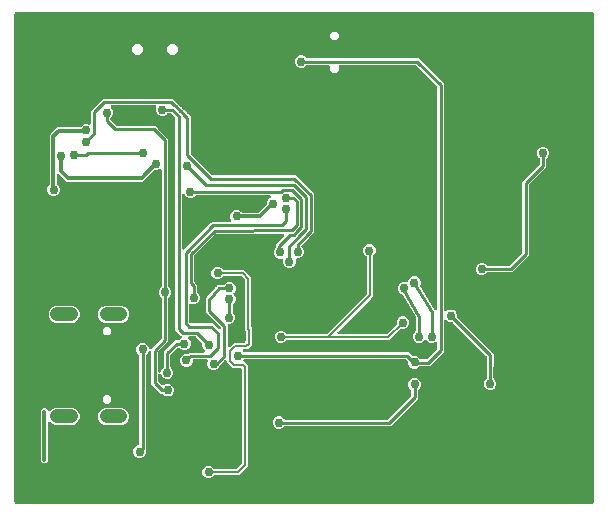
<source format=gbl>
G04 EAGLE Gerber RS-274X export*
G75*
%MOMM*%
%FSLAX34Y34*%
%LPD*%
%INBottom Copper*%
%IPPOS*%
%AMOC8*
5,1,8,0,0,1.08239X$1,22.5*%
G01*
%ADD10C,1.158000*%
%ADD11C,0.756400*%
%ADD12C,0.254000*%
%ADD13C,0.200000*%
%ADD14C,0.203200*%
%ADD15C,0.304800*%

G36*
X472881Y-7594D02*
X472881Y-7594D01*
X472999Y-7586D01*
X473038Y-7574D01*
X473078Y-7569D01*
X473189Y-7525D01*
X473302Y-7488D01*
X473336Y-7467D01*
X473374Y-7452D01*
X473470Y-7382D01*
X473570Y-7318D01*
X473598Y-7289D01*
X473631Y-7265D01*
X473707Y-7173D01*
X473788Y-7087D01*
X473808Y-7051D01*
X473834Y-7020D01*
X473884Y-6912D01*
X473942Y-6808D01*
X473952Y-6769D01*
X473969Y-6732D01*
X473992Y-6616D01*
X474021Y-6500D01*
X474025Y-6440D01*
X474029Y-6420D01*
X474028Y-6400D01*
X474032Y-6340D01*
X474032Y407227D01*
X474017Y407346D01*
X474009Y407464D01*
X473997Y407503D01*
X473992Y407543D01*
X473948Y407654D01*
X473911Y407767D01*
X473890Y407801D01*
X473875Y407839D01*
X473805Y407935D01*
X473741Y408036D01*
X473712Y408063D01*
X473688Y408096D01*
X473596Y408172D01*
X473509Y408254D01*
X473474Y408273D01*
X473443Y408299D01*
X473335Y408350D01*
X473231Y408407D01*
X473192Y408417D01*
X473155Y408434D01*
X473038Y408457D01*
X472923Y408487D01*
X472863Y408490D01*
X472843Y408494D01*
X472823Y408493D01*
X472762Y408497D01*
X-15103Y408497D01*
X-15167Y408489D01*
X-15231Y408490D01*
X-15324Y408469D01*
X-15418Y408457D01*
X-15478Y408433D01*
X-15541Y408419D01*
X-15626Y408375D01*
X-15714Y408340D01*
X-15766Y408302D01*
X-15824Y408272D01*
X-15894Y408209D01*
X-15971Y408153D01*
X-16013Y408103D01*
X-16061Y408060D01*
X-16113Y407981D01*
X-16174Y407908D01*
X-16202Y407850D01*
X-16238Y407796D01*
X-16300Y407648D01*
X-16409Y407338D01*
X-16437Y407207D01*
X-16471Y407078D01*
X-16473Y407041D01*
X-16476Y407027D01*
X-16475Y407005D01*
X-16481Y406917D01*
X-16481Y-6340D01*
X-16466Y-6458D01*
X-16459Y-6576D01*
X-16446Y-6615D01*
X-16441Y-6655D01*
X-16397Y-6766D01*
X-16361Y-6879D01*
X-16339Y-6913D01*
X-16324Y-6951D01*
X-16254Y-7047D01*
X-16190Y-7148D01*
X-16161Y-7175D01*
X-16137Y-7208D01*
X-16045Y-7284D01*
X-15959Y-7366D01*
X-15923Y-7385D01*
X-15892Y-7411D01*
X-15785Y-7462D01*
X-15680Y-7519D01*
X-15641Y-7529D01*
X-15604Y-7546D01*
X-15488Y-7569D01*
X-15372Y-7599D01*
X-15312Y-7602D01*
X-15292Y-7606D01*
X-15272Y-7605D01*
X-15212Y-7609D01*
X472762Y-7609D01*
X472881Y-7594D01*
G37*
%LPC*%
G36*
X146844Y13810D02*
X146844Y13810D01*
X144893Y14618D01*
X143400Y16110D01*
X142592Y18061D01*
X142592Y20172D01*
X143400Y22122D01*
X144893Y23615D01*
X146844Y24423D01*
X148955Y24423D01*
X150905Y23615D01*
X152337Y22184D01*
X152415Y22123D01*
X152487Y22055D01*
X152540Y22026D01*
X152588Y21989D01*
X152679Y21949D01*
X152766Y21902D01*
X152824Y21886D01*
X152880Y21862D01*
X152978Y21847D01*
X153074Y21822D01*
X153174Y21816D01*
X153194Y21812D01*
X153206Y21814D01*
X153234Y21812D01*
X170980Y21812D01*
X171081Y21825D01*
X171184Y21828D01*
X171239Y21845D01*
X171295Y21852D01*
X171391Y21889D01*
X171489Y21919D01*
X171538Y21948D01*
X171591Y21969D01*
X171674Y22029D01*
X171762Y22082D01*
X171831Y22143D01*
X171848Y22156D01*
X171857Y22166D01*
X171882Y22189D01*
X175680Y26030D01*
X175738Y26106D01*
X175804Y26176D01*
X175835Y26232D01*
X175873Y26282D01*
X175911Y26371D01*
X175957Y26455D01*
X175973Y26516D01*
X175998Y26575D01*
X176013Y26670D01*
X176036Y26763D01*
X176043Y26870D01*
X176046Y26889D01*
X176045Y26900D01*
X176047Y26923D01*
X175991Y106151D01*
X175976Y106269D01*
X175969Y106387D01*
X175956Y106426D01*
X175951Y106467D01*
X175907Y106577D01*
X175871Y106690D01*
X175849Y106725D01*
X175834Y106763D01*
X175764Y106858D01*
X175700Y106959D01*
X175671Y106987D01*
X175647Y107020D01*
X175555Y107095D01*
X175469Y107177D01*
X175433Y107196D01*
X175402Y107222D01*
X175294Y107273D01*
X175190Y107330D01*
X175151Y107340D01*
X175114Y107358D01*
X174997Y107380D01*
X174882Y107410D01*
X174822Y107413D01*
X174801Y107417D01*
X174781Y107416D01*
X174722Y107420D01*
X168390Y107420D01*
X163304Y112505D01*
X163304Y112672D01*
X163287Y112809D01*
X163274Y112948D01*
X163267Y112967D01*
X163264Y112987D01*
X163213Y113116D01*
X163166Y113247D01*
X163155Y113264D01*
X163147Y113283D01*
X163066Y113395D01*
X162988Y113510D01*
X162972Y113524D01*
X162961Y113540D01*
X162853Y113629D01*
X162749Y113721D01*
X162731Y113730D01*
X162716Y113743D01*
X162590Y113802D01*
X162466Y113866D01*
X162446Y113870D01*
X162428Y113879D01*
X162292Y113905D01*
X162156Y113935D01*
X162135Y113935D01*
X162116Y113938D01*
X161977Y113930D01*
X161838Y113926D01*
X161818Y113920D01*
X161798Y113919D01*
X161666Y113876D01*
X161532Y113837D01*
X161515Y113827D01*
X161496Y113821D01*
X161378Y113746D01*
X161258Y113676D01*
X161237Y113657D01*
X161227Y113650D01*
X161213Y113636D01*
X161138Y113569D01*
X157599Y110030D01*
X157593Y110023D01*
X157586Y110017D01*
X157496Y109898D01*
X157404Y109779D01*
X157400Y109771D01*
X157395Y109763D01*
X157324Y109619D01*
X156601Y107874D01*
X155108Y106381D01*
X153158Y105574D01*
X151047Y105574D01*
X149096Y106381D01*
X147603Y107874D01*
X146796Y109825D01*
X146796Y111936D01*
X147235Y112998D01*
X147248Y113046D01*
X147270Y113091D01*
X147290Y113198D01*
X147319Y113304D01*
X147320Y113354D01*
X147329Y113403D01*
X147323Y113512D01*
X147324Y113622D01*
X147313Y113671D01*
X147310Y113720D01*
X147276Y113825D01*
X147250Y113932D01*
X147227Y113976D01*
X147212Y114023D01*
X147153Y114116D01*
X147101Y114213D01*
X147068Y114250D01*
X147041Y114292D01*
X146961Y114367D01*
X146888Y114448D01*
X146846Y114475D01*
X146810Y114510D01*
X146714Y114563D01*
X146622Y114623D01*
X146575Y114639D01*
X146531Y114663D01*
X146425Y114690D01*
X146321Y114726D01*
X146271Y114730D01*
X146223Y114742D01*
X146063Y114753D01*
X135602Y114753D01*
X135484Y114738D01*
X135365Y114730D01*
X135326Y114718D01*
X135286Y114713D01*
X135176Y114669D01*
X135062Y114632D01*
X135028Y114611D01*
X134991Y114596D01*
X134894Y114526D01*
X134794Y114462D01*
X134766Y114433D01*
X134733Y114409D01*
X134657Y114317D01*
X134576Y114231D01*
X134556Y114195D01*
X134530Y114164D01*
X134480Y114056D01*
X134422Y113952D01*
X134412Y113913D01*
X134395Y113876D01*
X134373Y113760D01*
X134343Y113644D01*
X134339Y113584D01*
X134335Y113564D01*
X134336Y113544D01*
X134333Y113483D01*
X134333Y112770D01*
X133525Y110820D01*
X132032Y109327D01*
X130081Y108519D01*
X127970Y108519D01*
X126020Y109327D01*
X124527Y110820D01*
X123719Y112770D01*
X123719Y114882D01*
X124527Y116832D01*
X126020Y118325D01*
X127970Y119133D01*
X129845Y119133D01*
X129944Y119145D01*
X130043Y119148D01*
X130101Y119165D01*
X130161Y119172D01*
X130253Y119209D01*
X130348Y119236D01*
X130400Y119267D01*
X130457Y119290D01*
X130537Y119348D01*
X130622Y119398D01*
X130697Y119464D01*
X130714Y119476D01*
X130722Y119486D01*
X130743Y119504D01*
X131581Y120342D01*
X143884Y120342D01*
X144022Y120360D01*
X144160Y120373D01*
X144179Y120379D01*
X144199Y120382D01*
X144329Y120433D01*
X144459Y120480D01*
X144476Y120492D01*
X144495Y120499D01*
X144608Y120581D01*
X144723Y120659D01*
X144736Y120674D01*
X144752Y120686D01*
X144841Y120793D01*
X144933Y120897D01*
X144942Y120915D01*
X144955Y120931D01*
X145014Y121057D01*
X145078Y121180D01*
X145082Y121200D01*
X145091Y121219D01*
X145117Y121355D01*
X145147Y121491D01*
X145147Y121511D01*
X145151Y121531D01*
X145142Y121669D01*
X145138Y121809D01*
X145132Y121828D01*
X145131Y121848D01*
X145088Y121980D01*
X145049Y122114D01*
X145039Y122132D01*
X145033Y122151D01*
X144958Y122268D01*
X144888Y122388D01*
X144869Y122409D01*
X144863Y122420D01*
X144848Y122434D01*
X144781Y122509D01*
X143360Y123930D01*
X142552Y125880D01*
X142552Y127893D01*
X142540Y127991D01*
X142537Y128090D01*
X142520Y128148D01*
X142513Y128208D01*
X142476Y128300D01*
X142449Y128395D01*
X142418Y128448D01*
X142396Y128504D01*
X142337Y128584D01*
X142287Y128669D01*
X142221Y128745D01*
X142209Y128761D01*
X142199Y128769D01*
X142181Y128790D01*
X137261Y133709D01*
X137183Y133770D01*
X137111Y133838D01*
X137058Y133867D01*
X137010Y133904D01*
X136919Y133944D01*
X136832Y133991D01*
X136774Y134007D01*
X136718Y134031D01*
X136620Y134046D01*
X136525Y134071D01*
X136424Y134077D01*
X136404Y134081D01*
X136392Y134079D01*
X136364Y134081D01*
X131731Y134081D01*
X131593Y134064D01*
X131454Y134051D01*
X131435Y134044D01*
X131415Y134041D01*
X131286Y133990D01*
X131155Y133943D01*
X131138Y133932D01*
X131120Y133924D01*
X131007Y133843D01*
X130892Y133765D01*
X130879Y133749D01*
X130862Y133737D01*
X130773Y133630D01*
X130682Y133526D01*
X130672Y133508D01*
X130659Y133492D01*
X130600Y133367D01*
X130537Y133243D01*
X130533Y133223D01*
X130524Y133205D01*
X130498Y133068D01*
X130467Y132933D01*
X130468Y132912D01*
X130464Y132892D01*
X130473Y132754D01*
X130477Y132615D01*
X130483Y132595D01*
X130484Y132575D01*
X130527Y132443D01*
X130565Y132309D01*
X130576Y132292D01*
X130582Y132272D01*
X130656Y132155D01*
X130727Y132035D01*
X130745Y132014D01*
X130752Y132004D01*
X130767Y131990D01*
X130833Y131914D01*
X131840Y130908D01*
X132648Y128957D01*
X132648Y126846D01*
X131840Y124896D01*
X130347Y123403D01*
X128397Y122595D01*
X126286Y122595D01*
X124335Y123403D01*
X123325Y124413D01*
X123231Y124486D01*
X123141Y124565D01*
X123105Y124584D01*
X123073Y124608D01*
X122964Y124656D01*
X122858Y124710D01*
X122819Y124719D01*
X122782Y124735D01*
X122664Y124753D01*
X122548Y124779D01*
X122507Y124778D01*
X122467Y124785D01*
X122349Y124773D01*
X122230Y124770D01*
X122191Y124758D01*
X122151Y124755D01*
X122039Y124714D01*
X121924Y124681D01*
X121890Y124661D01*
X121852Y124647D01*
X121753Y124580D01*
X121650Y124520D01*
X121605Y124480D01*
X121588Y124469D01*
X121575Y124453D01*
X121530Y124413D01*
X115904Y118787D01*
X115843Y118709D01*
X115775Y118637D01*
X115746Y118584D01*
X115709Y118536D01*
X115669Y118445D01*
X115622Y118359D01*
X115607Y118300D01*
X115582Y118244D01*
X115567Y118146D01*
X115542Y118051D01*
X115536Y117951D01*
X115533Y117930D01*
X115534Y117918D01*
X115532Y117890D01*
X115532Y108390D01*
X115544Y108292D01*
X115547Y108193D01*
X115564Y108135D01*
X115572Y108075D01*
X115608Y107983D01*
X115636Y107888D01*
X115667Y107835D01*
X115689Y107779D01*
X115747Y107699D01*
X115797Y107614D01*
X115864Y107538D01*
X115876Y107522D01*
X115885Y107514D01*
X115904Y107493D01*
X117236Y106160D01*
X118044Y104210D01*
X118044Y102099D01*
X117236Y100148D01*
X115743Y98656D01*
X113793Y97848D01*
X111682Y97848D01*
X109731Y98656D01*
X108238Y100148D01*
X107446Y102061D01*
X107437Y102077D01*
X107434Y102086D01*
X107411Y102122D01*
X107386Y102187D01*
X107333Y102259D01*
X107289Y102338D01*
X107240Y102388D01*
X107199Y102444D01*
X107130Y102501D01*
X107067Y102566D01*
X107008Y102602D01*
X106954Y102647D01*
X106873Y102685D01*
X106796Y102732D01*
X106729Y102753D01*
X106666Y102782D01*
X106578Y102799D01*
X106492Y102826D01*
X106422Y102829D01*
X106354Y102842D01*
X106264Y102837D01*
X106175Y102841D01*
X106106Y102827D01*
X106037Y102822D01*
X105951Y102795D01*
X105863Y102777D01*
X105800Y102746D01*
X105734Y102724D01*
X105658Y102676D01*
X105577Y102637D01*
X105524Y102592D01*
X105465Y102554D01*
X105404Y102489D01*
X105335Y102431D01*
X105295Y102374D01*
X105247Y102323D01*
X105204Y102244D01*
X105152Y102171D01*
X105127Y102105D01*
X105094Y102044D01*
X105071Y101957D01*
X105040Y101873D01*
X105032Y101804D01*
X105014Y101736D01*
X105008Y101633D01*
X105007Y101627D01*
X105007Y101621D01*
X105004Y101576D01*
X105004Y96494D01*
X105017Y96396D01*
X105020Y96297D01*
X105036Y96238D01*
X105044Y96178D01*
X105080Y96086D01*
X105108Y95991D01*
X105139Y95939D01*
X105161Y95883D01*
X105219Y95803D01*
X105270Y95717D01*
X105336Y95642D01*
X105348Y95625D01*
X105357Y95618D01*
X105376Y95596D01*
X108217Y92755D01*
X108311Y92682D01*
X108400Y92603D01*
X108436Y92585D01*
X108468Y92560D01*
X108578Y92513D01*
X108684Y92459D01*
X108723Y92450D01*
X108760Y92434D01*
X108878Y92415D01*
X108994Y92389D01*
X109034Y92390D01*
X109074Y92384D01*
X109193Y92395D01*
X109312Y92399D01*
X109351Y92410D01*
X109391Y92414D01*
X109503Y92454D01*
X109617Y92487D01*
X109652Y92508D01*
X109690Y92522D01*
X109789Y92588D01*
X109891Y92649D01*
X109936Y92689D01*
X109953Y92700D01*
X109967Y92715D01*
X110012Y92755D01*
X110231Y92974D01*
X112181Y93782D01*
X114292Y93782D01*
X116243Y92974D01*
X117736Y91481D01*
X118543Y89531D01*
X118543Y87419D01*
X117736Y85469D01*
X116243Y83976D01*
X114292Y83168D01*
X112181Y83168D01*
X110231Y83976D01*
X108933Y85274D01*
X108855Y85335D01*
X108783Y85402D01*
X108730Y85432D01*
X108682Y85469D01*
X108591Y85508D01*
X108504Y85556D01*
X108445Y85571D01*
X108390Y85595D01*
X108292Y85611D01*
X108196Y85635D01*
X108096Y85642D01*
X108076Y85645D01*
X108063Y85644D01*
X108035Y85646D01*
X107422Y85646D01*
X99415Y93653D01*
X99415Y120653D01*
X99406Y120722D01*
X99407Y120792D01*
X99386Y120879D01*
X99375Y120968D01*
X99349Y121033D01*
X99333Y121101D01*
X99291Y121180D01*
X99258Y121264D01*
X99217Y121320D01*
X99184Y121382D01*
X99124Y121448D01*
X99071Y121521D01*
X99017Y121566D01*
X98970Y121617D01*
X98895Y121667D01*
X98826Y121724D01*
X98763Y121754D01*
X98705Y121792D01*
X98620Y121821D01*
X98538Y121860D01*
X98470Y121873D01*
X98404Y121895D01*
X98314Y121902D01*
X98226Y121919D01*
X98156Y121915D01*
X98087Y121920D01*
X97998Y121905D01*
X97909Y121900D01*
X97842Y121878D01*
X97773Y121866D01*
X97691Y121829D01*
X97606Y121802D01*
X97547Y121764D01*
X97483Y121736D01*
X97413Y121679D01*
X97337Y121631D01*
X97289Y121580D01*
X97235Y121537D01*
X97181Y121465D01*
X97119Y121400D01*
X97086Y121339D01*
X97044Y121283D01*
X96973Y121138D01*
X96499Y119994D01*
X95166Y118662D01*
X95106Y118583D01*
X95038Y118511D01*
X95009Y118458D01*
X94972Y118410D01*
X94932Y118319D01*
X94884Y118233D01*
X94869Y118174D01*
X94845Y118118D01*
X94830Y118021D01*
X94805Y117925D01*
X94799Y117825D01*
X94795Y117804D01*
X94797Y117792D01*
X94795Y117764D01*
X94795Y37837D01*
X94796Y37828D01*
X94795Y37819D01*
X94807Y37734D01*
X94807Y35444D01*
X93999Y33494D01*
X92506Y32001D01*
X90556Y31193D01*
X88444Y31193D01*
X86494Y32001D01*
X85001Y33494D01*
X84193Y35444D01*
X84193Y37556D01*
X85001Y39506D01*
X86494Y40999D01*
X88422Y41797D01*
X88447Y41812D01*
X88475Y41821D01*
X88585Y41890D01*
X88698Y41955D01*
X88719Y41975D01*
X88744Y41991D01*
X88833Y42086D01*
X88926Y42176D01*
X88942Y42201D01*
X88962Y42223D01*
X89025Y42337D01*
X89093Y42447D01*
X89101Y42475D01*
X89116Y42501D01*
X89148Y42627D01*
X89186Y42751D01*
X89188Y42781D01*
X89195Y42809D01*
X89205Y42970D01*
X89205Y117764D01*
X89193Y117862D01*
X89190Y117961D01*
X89173Y118020D01*
X89165Y118080D01*
X89129Y118172D01*
X89101Y118267D01*
X89071Y118319D01*
X89048Y118375D01*
X88990Y118455D01*
X88940Y118541D01*
X88874Y118616D01*
X88862Y118633D01*
X88852Y118640D01*
X88834Y118662D01*
X87501Y119994D01*
X86693Y121944D01*
X86693Y124056D01*
X87501Y126006D01*
X88994Y127499D01*
X90944Y128307D01*
X93056Y128307D01*
X95006Y127499D01*
X96499Y126006D01*
X97328Y124004D01*
X97337Y123909D01*
X97344Y123890D01*
X97347Y123870D01*
X97398Y123741D01*
X97445Y123610D01*
X97456Y123593D01*
X97464Y123574D01*
X97545Y123462D01*
X97623Y123347D01*
X97639Y123333D01*
X97650Y123317D01*
X97758Y123228D01*
X97862Y123136D01*
X97880Y123127D01*
X97895Y123114D01*
X98021Y123055D01*
X98145Y122992D01*
X98165Y122987D01*
X98183Y122978D01*
X98319Y122952D01*
X98455Y122922D01*
X98476Y122922D01*
X98495Y122919D01*
X98634Y122927D01*
X98773Y122932D01*
X98793Y122937D01*
X98813Y122938D01*
X98945Y122981D01*
X99079Y123020D01*
X99096Y123030D01*
X99115Y123036D01*
X99233Y123111D01*
X99353Y123181D01*
X99374Y123200D01*
X99384Y123207D01*
X99398Y123222D01*
X99473Y123288D01*
X107762Y131576D01*
X107822Y131654D01*
X107890Y131727D01*
X107920Y131780D01*
X107957Y131827D01*
X107996Y131918D01*
X108044Y132005D01*
X108059Y132064D01*
X108083Y132119D01*
X108099Y132217D01*
X108123Y132313D01*
X108130Y132413D01*
X108133Y132433D01*
X108132Y132446D01*
X108133Y132474D01*
X108133Y166023D01*
X108121Y166121D01*
X108118Y166220D01*
X108101Y166278D01*
X108094Y166338D01*
X108057Y166430D01*
X108030Y166525D01*
X107999Y166578D01*
X107977Y166634D01*
X107918Y166714D01*
X107868Y166799D01*
X107802Y166875D01*
X107790Y166891D01*
X107780Y166899D01*
X107762Y166920D01*
X106391Y168291D01*
X105583Y170242D01*
X105583Y172353D01*
X106391Y174303D01*
X107718Y175630D01*
X107779Y175709D01*
X107847Y175782D01*
X107876Y175834D01*
X107913Y175882D01*
X107952Y175973D01*
X108000Y176060D01*
X108015Y176118D01*
X108039Y176173D01*
X108055Y176272D01*
X108079Y176368D01*
X108085Y176467D01*
X108089Y176488D01*
X108088Y176500D01*
X108089Y176529D01*
X107989Y274542D01*
X107983Y274590D01*
X107985Y274639D01*
X107963Y274747D01*
X107949Y274857D01*
X107931Y274903D01*
X107921Y274951D01*
X107872Y275050D01*
X107832Y275153D01*
X107803Y275192D01*
X107781Y275236D01*
X107709Y275321D01*
X107645Y275410D01*
X107607Y275441D01*
X107575Y275478D01*
X107484Y275542D01*
X107399Y275612D01*
X107355Y275633D01*
X107315Y275661D01*
X107211Y275701D01*
X107112Y275748D01*
X107063Y275757D01*
X107018Y275774D01*
X106908Y275786D01*
X106799Y275807D01*
X106750Y275804D01*
X106701Y275809D01*
X106592Y275794D01*
X106482Y275787D01*
X106435Y275772D01*
X106387Y275765D01*
X106234Y275713D01*
X104256Y274893D01*
X102731Y274893D01*
X102632Y274881D01*
X102533Y274878D01*
X102475Y274861D01*
X102415Y274853D01*
X102323Y274817D01*
X102228Y274789D01*
X102176Y274759D01*
X102119Y274736D01*
X102039Y274678D01*
X101954Y274628D01*
X101879Y274562D01*
X101862Y274550D01*
X101854Y274540D01*
X101833Y274522D01*
X92463Y265151D01*
X27737Y265151D01*
X25580Y267309D01*
X21615Y271273D01*
X21530Y271339D01*
X21484Y271383D01*
X21460Y271396D01*
X21399Y271447D01*
X21380Y271455D01*
X21364Y271468D01*
X21236Y271523D01*
X21111Y271582D01*
X21091Y271586D01*
X21072Y271594D01*
X20934Y271616D01*
X20798Y271642D01*
X20778Y271641D01*
X20758Y271644D01*
X20619Y271631D01*
X20481Y271622D01*
X20462Y271616D01*
X20442Y271614D01*
X20310Y271567D01*
X20179Y271524D01*
X20161Y271514D01*
X20142Y271507D01*
X20027Y271429D01*
X19910Y271354D01*
X19896Y271339D01*
X19879Y271328D01*
X19787Y271224D01*
X19692Y271123D01*
X19682Y271105D01*
X19669Y271090D01*
X19605Y270966D01*
X19538Y270844D01*
X19533Y270825D01*
X19524Y270806D01*
X19512Y270751D01*
X19511Y270750D01*
X19509Y270738D01*
X19494Y270671D01*
X19459Y270536D01*
X19457Y270508D01*
X19454Y270496D01*
X19455Y270476D01*
X19453Y270448D01*
X19451Y270437D01*
X19452Y270427D01*
X19449Y270375D01*
X19449Y263382D01*
X19461Y263284D01*
X19464Y263185D01*
X19481Y263126D01*
X19489Y263066D01*
X19525Y262974D01*
X19553Y262879D01*
X19583Y262827D01*
X19606Y262771D01*
X19664Y262691D01*
X19714Y262605D01*
X19780Y262530D01*
X19792Y262513D01*
X19802Y262506D01*
X19820Y262484D01*
X21099Y261206D01*
X21907Y259256D01*
X21907Y257144D01*
X21099Y255194D01*
X19606Y253701D01*
X17656Y252893D01*
X15544Y252893D01*
X13594Y253701D01*
X12101Y255194D01*
X11293Y257144D01*
X11293Y259256D01*
X12101Y261206D01*
X12980Y262084D01*
X13040Y262163D01*
X13108Y262235D01*
X13137Y262288D01*
X13174Y262336D01*
X13214Y262427D01*
X13262Y262513D01*
X13277Y262572D01*
X13301Y262628D01*
X13316Y262725D01*
X13341Y262821D01*
X13347Y262921D01*
X13351Y262942D01*
X13349Y262954D01*
X13351Y262982D01*
X13351Y301865D01*
X13341Y301950D01*
X13340Y302036D01*
X13321Y302107D01*
X13319Y302120D01*
X13351Y303619D01*
X13350Y303627D01*
X13351Y303646D01*
X13351Y304901D01*
X14257Y305769D01*
X14263Y305776D01*
X14276Y305788D01*
X15341Y306853D01*
X15345Y306856D01*
X15420Y306898D01*
X15525Y306986D01*
X15534Y306992D01*
X15536Y306996D01*
X15543Y307002D01*
X19057Y310369D01*
X19063Y310376D01*
X19077Y310388D01*
X19964Y311276D01*
X21219Y311249D01*
X21227Y311250D01*
X21246Y311249D01*
X39018Y311249D01*
X39116Y311261D01*
X39215Y311264D01*
X39274Y311281D01*
X39334Y311289D01*
X39426Y311325D01*
X39521Y311353D01*
X39573Y311383D01*
X39629Y311406D01*
X39709Y311464D01*
X39795Y311514D01*
X39870Y311580D01*
X39887Y311592D01*
X39894Y311602D01*
X39916Y311620D01*
X41194Y312899D01*
X43144Y313707D01*
X45256Y313707D01*
X46226Y313305D01*
X46274Y313291D01*
X46319Y313270D01*
X46427Y313250D01*
X46533Y313221D01*
X46583Y313220D01*
X46632Y313211D01*
X46741Y313217D01*
X46851Y313216D01*
X46899Y313227D01*
X46949Y313230D01*
X47053Y313264D01*
X47160Y313290D01*
X47204Y313313D01*
X47251Y313328D01*
X47344Y313387D01*
X47441Y313439D01*
X47478Y313472D01*
X47520Y313499D01*
X47595Y313579D01*
X47677Y313652D01*
X47704Y313694D01*
X47738Y313730D01*
X47791Y313826D01*
X47851Y313918D01*
X47868Y313965D01*
X47892Y314009D01*
X47919Y314115D01*
X47955Y314219D01*
X47959Y314269D01*
X47971Y314317D01*
X47981Y314477D01*
X47981Y325134D01*
X58177Y335329D01*
X117340Y335329D01*
X119349Y333320D01*
X119584Y333085D01*
X119658Y333027D01*
X119726Y332962D01*
X119783Y332930D01*
X119835Y332890D01*
X119899Y332862D01*
X120798Y331947D01*
X120799Y331947D01*
X121949Y330777D01*
X121958Y330769D01*
X121978Y330748D01*
X124823Y328033D01*
X124891Y327983D01*
X124952Y327926D01*
X125018Y327889D01*
X125079Y327844D01*
X125155Y327814D01*
X126095Y326873D01*
X127229Y325740D01*
X127236Y325734D01*
X127250Y325719D01*
X128371Y324649D01*
X129367Y323698D01*
X129396Y323632D01*
X129447Y323565D01*
X129490Y323492D01*
X129583Y323386D01*
X129588Y323379D01*
X129591Y323377D01*
X129596Y323372D01*
X130562Y322406D01*
X132571Y320397D01*
X132571Y289307D01*
X132583Y289209D01*
X132586Y289110D01*
X132603Y289052D01*
X132611Y288992D01*
X132647Y288900D01*
X132675Y288805D01*
X132705Y288752D01*
X132728Y288696D01*
X132786Y288616D01*
X132836Y288531D01*
X132902Y288455D01*
X132914Y288439D01*
X132924Y288431D01*
X132942Y288410D01*
X150586Y270766D01*
X150664Y270706D01*
X150736Y270638D01*
X150789Y270609D01*
X150837Y270572D01*
X150928Y270532D01*
X151015Y270484D01*
X151073Y270469D01*
X151129Y270445D01*
X151227Y270430D01*
X151323Y270405D01*
X151423Y270399D01*
X151443Y270395D01*
X151455Y270397D01*
X151483Y270395D01*
X221532Y270395D01*
X237321Y254606D01*
X237321Y246880D01*
X237333Y246781D01*
X237336Y246682D01*
X237353Y246624D01*
X237360Y246564D01*
X237384Y246504D01*
X237384Y222056D01*
X233454Y218125D01*
X233393Y218047D01*
X233325Y217975D01*
X233296Y217922D01*
X233259Y217874D01*
X233219Y217783D01*
X233172Y217696D01*
X233157Y217638D01*
X233132Y217582D01*
X233117Y217484D01*
X233111Y217461D01*
X226875Y211225D01*
X226802Y211131D01*
X226723Y211042D01*
X226705Y211006D01*
X226680Y210974D01*
X226633Y210864D01*
X226579Y210758D01*
X226570Y210719D01*
X226554Y210682D01*
X226535Y210564D01*
X226509Y210448D01*
X226510Y210408D01*
X226504Y210368D01*
X226515Y210249D01*
X226519Y210130D01*
X226530Y210091D01*
X226534Y210051D01*
X226574Y209939D01*
X226607Y209825D01*
X226628Y209790D01*
X226641Y209752D01*
X226708Y209653D01*
X226769Y209551D01*
X226808Y209505D01*
X226820Y209489D01*
X226835Y209475D01*
X226875Y209430D01*
X227899Y208406D01*
X228707Y206456D01*
X228707Y204344D01*
X227899Y202394D01*
X226406Y200901D01*
X224456Y200093D01*
X222728Y200093D01*
X222679Y200087D01*
X222629Y200089D01*
X222521Y200067D01*
X222412Y200053D01*
X222366Y200035D01*
X222317Y200025D01*
X222219Y199977D01*
X222117Y199936D01*
X222076Y199907D01*
X222032Y199885D01*
X221948Y199814D01*
X221859Y199750D01*
X221828Y199711D01*
X221790Y199679D01*
X221726Y199589D01*
X221657Y199505D01*
X221635Y199460D01*
X221607Y199419D01*
X221568Y199316D01*
X221521Y199217D01*
X221512Y199168D01*
X221494Y199121D01*
X221482Y199012D01*
X221461Y198905D01*
X221464Y198855D01*
X221459Y198805D01*
X221474Y198696D01*
X221481Y198587D01*
X221496Y198540D01*
X221503Y198490D01*
X221507Y198480D01*
X221507Y196344D01*
X220699Y194394D01*
X219206Y192901D01*
X217256Y192093D01*
X215144Y192093D01*
X213194Y192901D01*
X211701Y194394D01*
X210893Y196344D01*
X210893Y198624D01*
X210878Y198742D01*
X210871Y198861D01*
X210858Y198899D01*
X210853Y198940D01*
X210810Y199050D01*
X210773Y199163D01*
X210751Y199198D01*
X210736Y199235D01*
X210667Y199331D01*
X210603Y199432D01*
X210573Y199460D01*
X210550Y199493D01*
X210458Y199569D01*
X210371Y199650D01*
X210336Y199670D01*
X210305Y199695D01*
X210197Y199746D01*
X210093Y199804D01*
X210053Y199814D01*
X210017Y199831D01*
X209900Y199853D01*
X209785Y199883D01*
X209725Y199887D01*
X209705Y199891D01*
X209684Y199889D01*
X209624Y199893D01*
X207630Y199893D01*
X205680Y200701D01*
X204187Y202194D01*
X203379Y204144D01*
X203379Y206256D01*
X204187Y208206D01*
X204234Y208252D01*
X204294Y208331D01*
X204362Y208403D01*
X204391Y208456D01*
X204428Y208504D01*
X204468Y208595D01*
X204516Y208681D01*
X204531Y208740D01*
X204555Y208795D01*
X204570Y208893D01*
X204595Y208989D01*
X204601Y209089D01*
X204605Y209110D01*
X204603Y209122D01*
X204605Y209150D01*
X204605Y211758D01*
X211623Y218775D01*
X211709Y218886D01*
X211798Y218994D01*
X211806Y219011D01*
X211818Y219027D01*
X211874Y219155D01*
X211933Y219282D01*
X211937Y219301D01*
X211944Y219318D01*
X211966Y219457D01*
X211992Y219594D01*
X211991Y219613D01*
X211994Y219633D01*
X211981Y219772D01*
X211972Y219912D01*
X211966Y219930D01*
X211964Y219949D01*
X211917Y220081D01*
X211874Y220214D01*
X211863Y220230D01*
X211857Y220248D01*
X211778Y220364D01*
X211703Y220482D01*
X211689Y220496D01*
X211678Y220512D01*
X211573Y220604D01*
X211471Y220700D01*
X211454Y220709D01*
X211440Y220722D01*
X211315Y220786D01*
X211192Y220853D01*
X211174Y220858D01*
X211156Y220867D01*
X211020Y220897D01*
X210884Y220932D01*
X210858Y220934D01*
X210846Y220936D01*
X210826Y220936D01*
X210724Y220942D01*
X154599Y220856D01*
X154500Y220843D01*
X154400Y220840D01*
X154343Y220823D01*
X154283Y220816D01*
X154191Y220779D01*
X154095Y220751D01*
X154043Y220720D01*
X153988Y220698D01*
X153907Y220640D01*
X153821Y220589D01*
X153747Y220523D01*
X153731Y220511D01*
X153723Y220501D01*
X153701Y220482D01*
X135998Y202691D01*
X135939Y202614D01*
X135872Y202543D01*
X135842Y202489D01*
X135804Y202440D01*
X135766Y202350D01*
X135718Y202265D01*
X135703Y202204D01*
X135678Y202147D01*
X135663Y202051D01*
X135639Y201957D01*
X135633Y201853D01*
X135629Y201833D01*
X135631Y201822D01*
X135629Y201796D01*
X135632Y180843D01*
X135645Y180745D01*
X135648Y180645D01*
X135664Y180587D01*
X135672Y180528D01*
X135709Y180435D01*
X135736Y180340D01*
X135767Y180288D01*
X135789Y180232D01*
X135847Y180152D01*
X135898Y180066D01*
X135964Y179991D01*
X135976Y179975D01*
X135985Y179967D01*
X136005Y179945D01*
X136400Y179550D01*
X136472Y179494D01*
X136538Y179431D01*
X136557Y179420D01*
X137577Y178376D01*
X137581Y178372D01*
X137588Y178364D01*
X138404Y177550D01*
X138390Y176398D01*
X138391Y176393D01*
X138390Y176382D01*
X138391Y174913D01*
X138382Y174879D01*
X138373Y174760D01*
X138370Y174743D01*
X138371Y174735D01*
X138370Y174718D01*
X138334Y171704D01*
X138346Y171598D01*
X138349Y171491D01*
X138364Y171440D01*
X138370Y171388D01*
X138408Y171288D01*
X138437Y171186D01*
X138464Y171140D01*
X138483Y171091D01*
X138545Y171004D01*
X138599Y170912D01*
X138654Y170849D01*
X138667Y170831D01*
X138679Y170821D01*
X138705Y170791D01*
X139852Y169644D01*
X140660Y167694D01*
X140660Y165583D01*
X139852Y163632D01*
X138359Y162140D01*
X136409Y161332D01*
X134297Y161332D01*
X132977Y161879D01*
X132929Y161892D01*
X132884Y161913D01*
X132776Y161933D01*
X132670Y161963D01*
X132621Y161963D01*
X132572Y161973D01*
X132462Y161966D01*
X132352Y161968D01*
X132304Y161956D01*
X132254Y161953D01*
X132150Y161919D01*
X132043Y161893D01*
X131999Y161870D01*
X131952Y161855D01*
X131859Y161796D01*
X131762Y161745D01*
X131725Y161711D01*
X131683Y161685D01*
X131608Y161605D01*
X131527Y161531D01*
X131499Y161489D01*
X131465Y161453D01*
X131412Y161357D01*
X131352Y161265D01*
X131336Y161218D01*
X131312Y161175D01*
X131284Y161068D01*
X131249Y160964D01*
X131245Y160915D01*
X131232Y160867D01*
X131222Y160706D01*
X131222Y146968D01*
X131235Y146870D01*
X131238Y146771D01*
X131254Y146713D01*
X131262Y146652D01*
X131298Y146560D01*
X131326Y146465D01*
X131357Y146413D01*
X131379Y146357D01*
X131437Y146277D01*
X131487Y146191D01*
X131554Y146116D01*
X131566Y146099D01*
X131575Y146092D01*
X131594Y146070D01*
X132115Y145549D01*
X132192Y145490D01*
X132262Y145423D01*
X132317Y145393D01*
X132366Y145354D01*
X132455Y145316D01*
X132540Y145269D01*
X132601Y145253D01*
X132658Y145228D01*
X132754Y145213D01*
X132848Y145188D01*
X132953Y145181D01*
X132972Y145178D01*
X132984Y145179D01*
X133009Y145178D01*
X150100Y145125D01*
X150104Y145125D01*
X150113Y145125D01*
X151267Y145133D01*
X152079Y144316D01*
X152083Y144313D01*
X152089Y144306D01*
X156181Y140276D01*
X156287Y140195D01*
X156391Y140109D01*
X156414Y140098D01*
X156434Y140083D01*
X156557Y140030D01*
X156679Y139973D01*
X156703Y139969D01*
X156726Y139959D01*
X156859Y139939D01*
X156991Y139913D01*
X157016Y139915D01*
X157041Y139911D01*
X157175Y139925D01*
X157308Y139933D01*
X157332Y139941D01*
X157357Y139943D01*
X157483Y139990D01*
X157611Y140031D01*
X157632Y140045D01*
X157656Y140053D01*
X157766Y140130D01*
X157880Y140201D01*
X157897Y140220D01*
X157917Y140234D01*
X158005Y140335D01*
X158098Y140433D01*
X158110Y140455D01*
X158126Y140474D01*
X158186Y140594D01*
X158251Y140712D01*
X158257Y140736D01*
X158269Y140758D01*
X158297Y140890D01*
X158330Y141019D01*
X158333Y141055D01*
X158336Y141069D01*
X158335Y141091D01*
X158341Y141180D01*
X158341Y141441D01*
X158328Y141539D01*
X158325Y141638D01*
X158308Y141697D01*
X158301Y141757D01*
X158264Y141849D01*
X158237Y141944D01*
X158206Y141996D01*
X158184Y142052D01*
X158126Y142132D01*
X158075Y142218D01*
X158009Y142293D01*
X157997Y142310D01*
X157988Y142317D01*
X157969Y142339D01*
X145756Y154552D01*
X145756Y164932D01*
X145753Y164954D01*
X145751Y165040D01*
X145661Y166111D01*
X145666Y166121D01*
X145684Y166190D01*
X146453Y166959D01*
X146466Y166976D01*
X146526Y167038D01*
X153562Y175376D01*
X153587Y175414D01*
X153618Y175448D01*
X153673Y175547D01*
X153735Y175643D01*
X153749Y175686D01*
X153771Y175726D01*
X153789Y175795D01*
X154558Y176564D01*
X154571Y176581D01*
X154631Y176643D01*
X155324Y177465D01*
X155335Y177468D01*
X155396Y177504D01*
X156484Y177504D01*
X156506Y177507D01*
X156591Y177508D01*
X157663Y177599D01*
X157673Y177594D01*
X157783Y177565D01*
X157891Y177529D01*
X157936Y177526D01*
X157981Y177514D01*
X158141Y177504D01*
X160177Y177504D01*
X160275Y177516D01*
X160374Y177519D01*
X160432Y177536D01*
X160492Y177544D01*
X160584Y177580D01*
X160680Y177608D01*
X160732Y177639D01*
X160788Y177661D01*
X160868Y177719D01*
X160954Y177769D01*
X161029Y177836D01*
X161045Y177848D01*
X161053Y177857D01*
X161074Y177876D01*
X162438Y179239D01*
X164388Y180047D01*
X166499Y180047D01*
X168450Y179239D01*
X169943Y177746D01*
X170751Y175796D01*
X170751Y173685D01*
X169943Y171734D01*
X169283Y171074D01*
X169210Y170980D01*
X169131Y170891D01*
X169113Y170855D01*
X169088Y170823D01*
X169041Y170714D01*
X168986Y170608D01*
X168978Y170568D01*
X168961Y170531D01*
X168943Y170414D01*
X168917Y170298D01*
X168918Y170257D01*
X168912Y170217D01*
X168923Y170099D01*
X168926Y169980D01*
X168938Y169941D01*
X168941Y169901D01*
X168982Y169788D01*
X169015Y169674D01*
X169035Y169639D01*
X169049Y169601D01*
X169116Y169503D01*
X169176Y169400D01*
X169216Y169355D01*
X169228Y169338D01*
X169243Y169325D01*
X169283Y169279D01*
X169943Y168619D01*
X170751Y166669D01*
X170751Y164558D01*
X169943Y162607D01*
X168560Y161225D01*
X168499Y161147D01*
X168432Y161074D01*
X168402Y161021D01*
X168365Y160974D01*
X168326Y160883D01*
X168278Y160796D01*
X168263Y160737D01*
X168239Y160682D01*
X168223Y160584D01*
X168199Y160488D01*
X168192Y160388D01*
X168189Y160368D01*
X168190Y160355D01*
X168188Y160327D01*
X168188Y154782D01*
X168201Y154684D01*
X168204Y154585D01*
X168221Y154527D01*
X168228Y154467D01*
X168265Y154374D01*
X168292Y154279D01*
X168323Y154227D01*
X168345Y154171D01*
X168403Y154091D01*
X168454Y154005D01*
X168520Y153930D01*
X168532Y153914D01*
X168542Y153906D01*
X168560Y153885D01*
X169542Y152903D01*
X170350Y150952D01*
X170350Y148841D01*
X169542Y146891D01*
X168049Y145398D01*
X166099Y144590D01*
X165199Y144590D01*
X165081Y144575D01*
X164963Y144568D01*
X164924Y144555D01*
X164884Y144550D01*
X164773Y144506D01*
X164660Y144470D01*
X164626Y144448D01*
X164588Y144433D01*
X164492Y144363D01*
X164391Y144299D01*
X164364Y144270D01*
X164331Y144246D01*
X164255Y144155D01*
X164173Y144068D01*
X164154Y144032D01*
X164128Y144001D01*
X164077Y143894D01*
X164020Y143789D01*
X164010Y143750D01*
X163993Y143714D01*
X163970Y143597D01*
X163940Y143481D01*
X163937Y143421D01*
X163933Y143401D01*
X163934Y143381D01*
X163930Y143321D01*
X163930Y126381D01*
X163948Y126243D01*
X163961Y126104D01*
X163967Y126085D01*
X163970Y126065D01*
X164021Y125936D01*
X164068Y125805D01*
X164080Y125788D01*
X164087Y125769D01*
X164169Y125657D01*
X164247Y125542D01*
X164262Y125528D01*
X164274Y125512D01*
X164381Y125423D01*
X164485Y125331D01*
X164503Y125322D01*
X164519Y125309D01*
X164645Y125250D01*
X164768Y125187D01*
X164788Y125182D01*
X164807Y125174D01*
X164943Y125148D01*
X165079Y125117D01*
X165099Y125118D01*
X165119Y125114D01*
X165257Y125123D01*
X165397Y125127D01*
X165416Y125132D01*
X165436Y125134D01*
X165568Y125176D01*
X165702Y125215D01*
X165720Y125225D01*
X165739Y125232D01*
X165857Y125306D01*
X165976Y125377D01*
X165997Y125395D01*
X166008Y125402D01*
X166022Y125417D01*
X166097Y125483D01*
X169337Y128723D01*
X177837Y128723D01*
X177955Y128738D01*
X178074Y128745D01*
X178113Y128758D01*
X178153Y128763D01*
X178264Y128807D01*
X178377Y128843D01*
X178411Y128865D01*
X178448Y128880D01*
X178545Y128950D01*
X178645Y129014D01*
X178673Y129043D01*
X178706Y129067D01*
X178782Y129159D01*
X178863Y129245D01*
X178883Y129281D01*
X178909Y129312D01*
X178959Y129419D01*
X179017Y129524D01*
X179027Y129563D01*
X179044Y129599D01*
X179067Y129716D01*
X179096Y129832D01*
X179100Y129892D01*
X179104Y129912D01*
X179103Y129932D01*
X179107Y129992D01*
X179107Y138801D01*
X179097Y138874D01*
X179097Y181261D01*
X179085Y181359D01*
X179082Y181458D01*
X179065Y181516D01*
X179057Y181576D01*
X179021Y181668D01*
X178993Y181763D01*
X178963Y181816D01*
X178940Y181872D01*
X178882Y181952D01*
X178832Y182037D01*
X178766Y182113D01*
X178754Y182129D01*
X178744Y182137D01*
X178726Y182158D01*
X175930Y184954D01*
X175852Y185014D01*
X175780Y185082D01*
X175727Y185111D01*
X175679Y185149D01*
X175588Y185188D01*
X175501Y185236D01*
X175443Y185251D01*
X175387Y185275D01*
X175289Y185290D01*
X175193Y185315D01*
X175093Y185322D01*
X175073Y185325D01*
X175061Y185324D01*
X175033Y185325D01*
X161119Y185325D01*
X161090Y185322D01*
X161060Y185324D01*
X160933Y185302D01*
X160804Y185286D01*
X160776Y185275D01*
X160747Y185270D01*
X160628Y185216D01*
X160508Y185169D01*
X160484Y185151D01*
X160457Y185139D01*
X160356Y185058D01*
X160250Y184982D01*
X160232Y184959D01*
X160209Y184940D01*
X160130Y184837D01*
X160048Y184737D01*
X160035Y184710D01*
X160017Y184686D01*
X159961Y184571D01*
X158464Y183074D01*
X156514Y182266D01*
X154402Y182266D01*
X152452Y183074D01*
X150959Y184567D01*
X150151Y186517D01*
X150151Y188629D01*
X150959Y190579D01*
X152452Y192072D01*
X154402Y192880D01*
X156514Y192880D01*
X158464Y192072D01*
X159757Y190779D01*
X159835Y190718D01*
X159908Y190650D01*
X159961Y190621D01*
X160008Y190584D01*
X160099Y190544D01*
X160186Y190497D01*
X160245Y190481D01*
X160300Y190457D01*
X160398Y190442D01*
X160494Y190417D01*
X160594Y190411D01*
X160614Y190407D01*
X160627Y190409D01*
X160655Y190407D01*
X177663Y190407D01*
X184179Y183891D01*
X184179Y142098D01*
X184188Y142025D01*
X184188Y126923D01*
X180907Y123642D01*
X177852Y123642D01*
X177714Y123624D01*
X177576Y123611D01*
X177557Y123604D01*
X177536Y123602D01*
X177407Y123551D01*
X177276Y123504D01*
X177260Y123492D01*
X177241Y123485D01*
X177128Y123403D01*
X177013Y123325D01*
X177000Y123310D01*
X176983Y123298D01*
X176895Y123191D01*
X176803Y123087D01*
X176793Y123068D01*
X176781Y123053D01*
X176721Y122928D01*
X176658Y122803D01*
X176654Y122783D01*
X176645Y122765D01*
X176619Y122629D01*
X176588Y122493D01*
X176589Y122473D01*
X176585Y122453D01*
X176594Y122314D01*
X176598Y122175D01*
X176604Y122156D01*
X176605Y122135D01*
X176648Y122003D01*
X176686Y121870D01*
X176697Y121852D01*
X176703Y121833D01*
X176777Y121716D01*
X176848Y121596D01*
X176867Y121575D01*
X176873Y121564D01*
X176888Y121550D01*
X176954Y121475D01*
X177433Y120997D01*
X177511Y120936D01*
X177583Y120868D01*
X177636Y120839D01*
X177684Y120802D01*
X177775Y120763D01*
X177861Y120715D01*
X177920Y120700D01*
X177976Y120676D01*
X178073Y120660D01*
X178169Y120635D01*
X178269Y120629D01*
X178290Y120626D01*
X178302Y120627D01*
X178330Y120625D01*
X317262Y120625D01*
X320199Y117688D01*
X320278Y117627D01*
X320350Y117559D01*
X320403Y117530D01*
X320451Y117493D01*
X320542Y117454D01*
X320628Y117406D01*
X320687Y117391D01*
X320742Y117367D01*
X320840Y117351D01*
X320936Y117326D01*
X321036Y117320D01*
X321057Y117317D01*
X321069Y117318D01*
X321097Y117316D01*
X323336Y117316D01*
X325287Y116508D01*
X326829Y114966D01*
X326907Y114906D01*
X326979Y114838D01*
X327032Y114809D01*
X327080Y114772D01*
X327171Y114732D01*
X327258Y114684D01*
X327316Y114669D01*
X327372Y114645D01*
X327470Y114630D01*
X327565Y114605D01*
X327666Y114599D01*
X327686Y114595D01*
X327698Y114597D01*
X327726Y114595D01*
X332317Y114595D01*
X332415Y114607D01*
X332514Y114610D01*
X332572Y114627D01*
X332632Y114635D01*
X332724Y114671D01*
X332819Y114699D01*
X332872Y114729D01*
X332928Y114752D01*
X333008Y114810D01*
X333093Y114860D01*
X333169Y114926D01*
X333185Y114938D01*
X333193Y114948D01*
X333214Y114966D01*
X341234Y122986D01*
X341294Y123064D01*
X341362Y123136D01*
X341391Y123189D01*
X341428Y123237D01*
X341468Y123328D01*
X341516Y123415D01*
X341531Y123473D01*
X341555Y123529D01*
X341570Y123627D01*
X341595Y123723D01*
X341601Y123823D01*
X341605Y123843D01*
X341603Y123855D01*
X341605Y123883D01*
X341605Y127996D01*
X341599Y128045D01*
X341601Y128095D01*
X341579Y128203D01*
X341565Y128312D01*
X341547Y128358D01*
X341537Y128406D01*
X341489Y128505D01*
X341448Y128607D01*
X341419Y128647D01*
X341397Y128692D01*
X341326Y128776D01*
X341262Y128865D01*
X341223Y128896D01*
X341191Y128934D01*
X341101Y128997D01*
X341017Y129067D01*
X340972Y129089D01*
X340931Y129117D01*
X340828Y129156D01*
X340729Y129203D01*
X340680Y129212D01*
X340634Y129230D01*
X340524Y129242D01*
X340417Y129263D01*
X340367Y129260D01*
X340318Y129265D01*
X340209Y129250D01*
X340099Y129243D01*
X340052Y129228D01*
X340003Y129221D01*
X339850Y129169D01*
X337996Y128400D01*
X335884Y128400D01*
X333934Y129208D01*
X332367Y130775D01*
X332273Y130848D01*
X332184Y130927D01*
X332148Y130945D01*
X332116Y130970D01*
X332007Y131017D01*
X331901Y131071D01*
X331861Y131080D01*
X331824Y131096D01*
X331706Y131115D01*
X331590Y131141D01*
X331550Y131140D01*
X331510Y131146D01*
X331391Y131135D01*
X331273Y131131D01*
X331234Y131120D01*
X331193Y131116D01*
X331081Y131076D01*
X330967Y131043D01*
X330932Y131022D01*
X330894Y131009D01*
X330795Y130942D01*
X330693Y130881D01*
X330648Y130842D01*
X330631Y130830D01*
X330618Y130815D01*
X330572Y130775D01*
X329010Y129213D01*
X327060Y128405D01*
X324948Y128405D01*
X322998Y129213D01*
X321505Y130706D01*
X320697Y132656D01*
X320697Y134767D01*
X321505Y136718D01*
X322838Y138050D01*
X322898Y138128D01*
X322966Y138200D01*
X322995Y138253D01*
X323032Y138301D01*
X323072Y138392D01*
X323120Y138479D01*
X323135Y138537D01*
X323159Y138593D01*
X323174Y138691D01*
X323199Y138787D01*
X323205Y138887D01*
X323209Y138907D01*
X323208Y138920D01*
X323209Y138948D01*
X323209Y149636D01*
X323198Y149721D01*
X323198Y149808D01*
X323179Y149878D01*
X323169Y149951D01*
X323138Y150032D01*
X323115Y150115D01*
X323057Y150236D01*
X323052Y150247D01*
X323050Y150251D01*
X323045Y150260D01*
X312445Y169029D01*
X312432Y169047D01*
X312422Y169067D01*
X312337Y169174D01*
X312255Y169284D01*
X312238Y169298D01*
X312224Y169315D01*
X312114Y169398D01*
X312008Y169484D01*
X311987Y169493D01*
X311970Y169507D01*
X311825Y169578D01*
X310204Y170249D01*
X308711Y171742D01*
X307903Y173692D01*
X307903Y175804D01*
X308711Y177754D01*
X310204Y179247D01*
X312154Y180055D01*
X314266Y180055D01*
X315027Y179739D01*
X315142Y179708D01*
X315254Y179669D01*
X315294Y179666D01*
X315333Y179656D01*
X315453Y179654D01*
X315571Y179644D01*
X315611Y179651D01*
X315651Y179650D01*
X315767Y179678D01*
X315885Y179699D01*
X315921Y179715D01*
X315961Y179725D01*
X316066Y179780D01*
X316175Y179829D01*
X316206Y179854D01*
X316242Y179873D01*
X316330Y179953D01*
X316423Y180028D01*
X316447Y180060D01*
X316477Y180087D01*
X316543Y180187D01*
X316614Y180282D01*
X316641Y180336D01*
X316652Y180353D01*
X316658Y180372D01*
X316685Y180426D01*
X317532Y182470D01*
X319024Y183963D01*
X320975Y184771D01*
X323086Y184771D01*
X325036Y183963D01*
X326529Y182470D01*
X327337Y180520D01*
X327337Y178408D01*
X326985Y177558D01*
X326975Y177520D01*
X326957Y177485D01*
X326933Y177367D01*
X326901Y177252D01*
X326901Y177212D01*
X326892Y177173D01*
X326898Y177054D01*
X326896Y176934D01*
X326905Y176895D01*
X326907Y176855D01*
X326942Y176741D01*
X326970Y176624D01*
X326989Y176589D01*
X327000Y176551D01*
X327076Y176409D01*
X339062Y156868D01*
X339105Y156814D01*
X339140Y156755D01*
X339246Y156634D01*
X339439Y156442D01*
X339549Y156356D01*
X339655Y156268D01*
X339674Y156259D01*
X339690Y156247D01*
X339818Y156192D01*
X339943Y156132D01*
X339963Y156129D01*
X339982Y156120D01*
X340119Y156099D01*
X340256Y156073D01*
X340276Y156074D01*
X340296Y156071D01*
X340435Y156084D01*
X340573Y156092D01*
X340592Y156099D01*
X340613Y156101D01*
X340743Y156148D01*
X340875Y156190D01*
X340893Y156201D01*
X340912Y156208D01*
X341027Y156286D01*
X341144Y156361D01*
X341158Y156376D01*
X341175Y156387D01*
X341267Y156491D01*
X341362Y156592D01*
X341372Y156610D01*
X341386Y156626D01*
X341449Y156749D01*
X341516Y156871D01*
X341521Y156891D01*
X341530Y156909D01*
X341560Y157045D01*
X341595Y157179D01*
X341597Y157207D01*
X341600Y157219D01*
X341599Y157240D01*
X341605Y157339D01*
X341605Y345117D01*
X341593Y345215D01*
X341590Y345314D01*
X341573Y345372D01*
X341565Y345432D01*
X341529Y345524D01*
X341501Y345619D01*
X341471Y345672D01*
X341448Y345728D01*
X341390Y345808D01*
X341340Y345893D01*
X341274Y345969D01*
X341262Y345985D01*
X341252Y345993D01*
X341234Y346014D01*
X323814Y363434D01*
X323736Y363494D01*
X323664Y363562D01*
X323611Y363591D01*
X323563Y363628D01*
X323472Y363668D01*
X323385Y363716D01*
X323327Y363731D01*
X323271Y363755D01*
X323173Y363770D01*
X323077Y363795D01*
X322977Y363801D01*
X322957Y363805D01*
X322945Y363803D01*
X322917Y363805D01*
X259420Y363805D01*
X259302Y363790D01*
X259183Y363783D01*
X259145Y363770D01*
X259104Y363765D01*
X258994Y363722D01*
X258881Y363685D01*
X258846Y363663D01*
X258809Y363648D01*
X258713Y363579D01*
X258612Y363515D01*
X258584Y363485D01*
X258551Y363462D01*
X258475Y363370D01*
X258394Y363283D01*
X258374Y363248D01*
X258349Y363217D01*
X258298Y363109D01*
X258240Y363005D01*
X258230Y362965D01*
X258213Y362929D01*
X258191Y362812D01*
X258161Y362697D01*
X258157Y362637D01*
X258153Y362617D01*
X258155Y362596D01*
X258151Y362536D01*
X258151Y359296D01*
X255954Y357099D01*
X252846Y357099D01*
X250649Y359296D01*
X250649Y362536D01*
X250634Y362654D01*
X250627Y362773D01*
X250614Y362811D01*
X250609Y362852D01*
X250566Y362962D01*
X250529Y363075D01*
X250507Y363110D01*
X250492Y363147D01*
X250423Y363243D01*
X250359Y363344D01*
X250329Y363372D01*
X250306Y363405D01*
X250214Y363481D01*
X250127Y363562D01*
X250092Y363582D01*
X250061Y363607D01*
X249953Y363658D01*
X249849Y363716D01*
X249809Y363726D01*
X249773Y363743D01*
X249656Y363765D01*
X249541Y363795D01*
X249481Y363799D01*
X249461Y363803D01*
X249440Y363801D01*
X249380Y363805D01*
X231439Y363805D01*
X231341Y363793D01*
X231242Y363790D01*
X231184Y363773D01*
X231124Y363765D01*
X231032Y363729D01*
X230937Y363701D01*
X230884Y363671D01*
X230828Y363648D01*
X230748Y363590D01*
X230663Y363540D01*
X230587Y363474D01*
X230571Y363462D01*
X230563Y363452D01*
X230542Y363434D01*
X229207Y362099D01*
X227257Y361291D01*
X225146Y361291D01*
X223195Y362099D01*
X221702Y363592D01*
X220894Y365542D01*
X220894Y367653D01*
X221702Y369604D01*
X223195Y371097D01*
X225146Y371904D01*
X227257Y371904D01*
X229207Y371097D01*
X230537Y369766D01*
X230615Y369706D01*
X230688Y369638D01*
X230741Y369609D01*
X230788Y369572D01*
X230879Y369532D01*
X230966Y369484D01*
X231025Y369469D01*
X231080Y369445D01*
X231178Y369430D01*
X231274Y369405D01*
X231374Y369399D01*
X231394Y369395D01*
X231407Y369397D01*
X231435Y369395D01*
X325758Y369395D01*
X347195Y347958D01*
X347195Y156158D01*
X347212Y156020D01*
X347225Y155882D01*
X347232Y155863D01*
X347235Y155843D01*
X347286Y155714D01*
X347333Y155583D01*
X347344Y155566D01*
X347352Y155547D01*
X347433Y155435D01*
X347511Y155319D01*
X347527Y155306D01*
X347538Y155290D01*
X347646Y155201D01*
X347750Y155109D01*
X347768Y155100D01*
X347783Y155087D01*
X347909Y155028D01*
X348033Y154964D01*
X348053Y154960D01*
X348071Y154951D01*
X348208Y154925D01*
X348343Y154895D01*
X348364Y154895D01*
X348383Y154892D01*
X348522Y154900D01*
X348661Y154904D01*
X348681Y154910D01*
X348701Y154911D01*
X348833Y154954D01*
X348967Y154993D01*
X348984Y155003D01*
X349003Y155009D01*
X349121Y155084D01*
X349241Y155154D01*
X349262Y155173D01*
X349272Y155179D01*
X349286Y155194D01*
X349361Y155261D01*
X350079Y155978D01*
X352029Y156786D01*
X354140Y156786D01*
X356091Y155978D01*
X357584Y154485D01*
X358391Y152535D01*
X358391Y150651D01*
X358404Y150552D01*
X358407Y150453D01*
X358424Y150395D01*
X358431Y150335D01*
X358468Y150243D01*
X358495Y150148D01*
X358526Y150096D01*
X358548Y150039D01*
X358606Y149959D01*
X358657Y149874D01*
X358723Y149798D01*
X358735Y149782D01*
X358745Y149774D01*
X358763Y149753D01*
X387102Y121414D01*
X387160Y121369D01*
X388286Y120230D01*
X388288Y120229D01*
X388291Y120225D01*
X389108Y119408D01*
X389101Y118254D01*
X389102Y118252D01*
X389101Y118247D01*
X389101Y116710D01*
X389095Y116624D01*
X389092Y116605D01*
X389093Y116594D01*
X389092Y116572D01*
X388991Y98989D01*
X389004Y98887D01*
X389007Y98784D01*
X389023Y98730D01*
X389029Y98673D01*
X389067Y98577D01*
X389095Y98479D01*
X389124Y98430D01*
X389145Y98377D01*
X389205Y98293D01*
X389257Y98205D01*
X389318Y98136D01*
X389330Y98118D01*
X389341Y98109D01*
X389363Y98084D01*
X390666Y96781D01*
X391474Y94831D01*
X391474Y92720D01*
X390666Y90769D01*
X389173Y89277D01*
X387222Y88469D01*
X385111Y88469D01*
X383161Y89277D01*
X381668Y90769D01*
X380860Y92720D01*
X380860Y94831D01*
X381668Y96781D01*
X383030Y98144D01*
X383089Y98219D01*
X383155Y98288D01*
X383186Y98344D01*
X383225Y98395D01*
X383263Y98483D01*
X383310Y98566D01*
X383326Y98628D01*
X383352Y98687D01*
X383367Y98781D01*
X383391Y98873D01*
X383398Y98982D01*
X383401Y99001D01*
X383401Y99011D01*
X383402Y99034D01*
X383502Y116576D01*
X383490Y116678D01*
X383487Y116781D01*
X383471Y116836D01*
X383464Y116892D01*
X383427Y116988D01*
X383398Y117086D01*
X383369Y117135D01*
X383349Y117189D01*
X383289Y117272D01*
X383237Y117360D01*
X383176Y117430D01*
X383163Y117447D01*
X383153Y117456D01*
X383130Y117481D01*
X354811Y145801D01*
X354733Y145861D01*
X354661Y145929D01*
X354608Y145958D01*
X354560Y145996D01*
X354469Y146035D01*
X354382Y146083D01*
X354323Y146098D01*
X354268Y146122D01*
X354170Y146137D01*
X354074Y146162D01*
X353974Y146169D01*
X353954Y146172D01*
X353941Y146171D01*
X353913Y146172D01*
X352029Y146172D01*
X350079Y146980D01*
X349361Y147698D01*
X349252Y147782D01*
X349145Y147871D01*
X349126Y147880D01*
X349110Y147892D01*
X348982Y147948D01*
X348857Y148007D01*
X348837Y148011D01*
X348818Y148019D01*
X348680Y148041D01*
X348544Y148067D01*
X348524Y148065D01*
X348504Y148069D01*
X348365Y148056D01*
X348227Y148047D01*
X348208Y148041D01*
X348188Y148039D01*
X348057Y147992D01*
X347925Y147949D01*
X347907Y147938D01*
X347888Y147931D01*
X347774Y147853D01*
X347656Y147779D01*
X347642Y147764D01*
X347625Y147753D01*
X347533Y147649D01*
X347438Y147547D01*
X347428Y147529D01*
X347415Y147514D01*
X347352Y147391D01*
X347284Y147269D01*
X347279Y147249D01*
X347270Y147231D01*
X347240Y147095D01*
X347205Y146961D01*
X347203Y146933D01*
X347200Y146921D01*
X347201Y146900D01*
X347195Y146800D01*
X347195Y121042D01*
X335158Y109005D01*
X327307Y109005D01*
X327209Y108993D01*
X327110Y108990D01*
X327052Y108973D01*
X326992Y108965D01*
X326900Y108929D01*
X326805Y108901D01*
X326752Y108871D01*
X326696Y108848D01*
X326616Y108790D01*
X326531Y108740D01*
X326455Y108674D01*
X326439Y108662D01*
X326431Y108652D01*
X326410Y108634D01*
X325287Y107511D01*
X323336Y106703D01*
X321225Y106703D01*
X319275Y107511D01*
X317782Y109003D01*
X316974Y110954D01*
X316974Y112483D01*
X316962Y112581D01*
X316959Y112680D01*
X316942Y112738D01*
X316934Y112798D01*
X316898Y112890D01*
X316870Y112985D01*
X316840Y113038D01*
X316817Y113094D01*
X316759Y113174D01*
X316709Y113259D01*
X316642Y113335D01*
X316630Y113351D01*
X316621Y113359D01*
X316602Y113380D01*
X315319Y114664D01*
X315240Y114725D01*
X315168Y114792D01*
X315115Y114822D01*
X315067Y114859D01*
X314976Y114898D01*
X314890Y114946D01*
X314831Y114961D01*
X314776Y114985D01*
X314678Y115001D01*
X314582Y115025D01*
X314482Y115032D01*
X314462Y115035D01*
X314449Y115034D01*
X314421Y115036D01*
X178534Y115036D01*
X178397Y115018D01*
X178258Y115005D01*
X178239Y114998D01*
X178219Y114996D01*
X178090Y114945D01*
X177959Y114898D01*
X177942Y114886D01*
X177923Y114879D01*
X177811Y114797D01*
X177696Y114719D01*
X177682Y114704D01*
X177666Y114692D01*
X177577Y114585D01*
X177485Y114481D01*
X177476Y114463D01*
X177463Y114447D01*
X177404Y114321D01*
X177341Y114197D01*
X177336Y114177D01*
X177328Y114159D01*
X177301Y114023D01*
X177271Y113887D01*
X177272Y113867D01*
X177268Y113847D01*
X177276Y113708D01*
X177281Y113569D01*
X177286Y113550D01*
X177287Y113529D01*
X177330Y113397D01*
X177369Y113264D01*
X177379Y113246D01*
X177386Y113227D01*
X177460Y113109D01*
X177531Y112990D01*
X177549Y112969D01*
X177556Y112958D01*
X177571Y112944D01*
X177637Y112869D01*
X180336Y110170D01*
X181071Y109436D01*
X181071Y108405D01*
X181071Y108404D01*
X181129Y25372D01*
X181129Y25369D01*
X181129Y25365D01*
X181135Y24313D01*
X180394Y23570D01*
X180392Y23568D01*
X180389Y23566D01*
X175478Y18598D01*
X175436Y18544D01*
X174374Y17482D01*
X174373Y17480D01*
X174369Y17476D01*
X173631Y16730D01*
X172581Y16730D01*
X172579Y16730D01*
X172574Y16730D01*
X171134Y16722D01*
X171058Y16727D01*
X171039Y16730D01*
X171028Y16729D01*
X171005Y16730D01*
X153503Y16730D01*
X153474Y16727D01*
X153444Y16729D01*
X153316Y16707D01*
X153187Y16691D01*
X153160Y16680D01*
X153131Y16675D01*
X153013Y16621D01*
X152892Y16574D01*
X152868Y16556D01*
X152841Y16544D01*
X152739Y16463D01*
X152634Y16387D01*
X152616Y16364D01*
X152592Y16345D01*
X152514Y16242D01*
X152442Y16155D01*
X150905Y14618D01*
X148955Y13810D01*
X146844Y13810D01*
G37*
%LPD*%
G36*
X106421Y103481D02*
X106421Y103481D01*
X106510Y103486D01*
X106577Y103508D01*
X106645Y103520D01*
X106728Y103557D01*
X106813Y103584D01*
X106872Y103622D01*
X106935Y103650D01*
X107006Y103706D01*
X107082Y103754D01*
X107129Y103805D01*
X107184Y103849D01*
X107238Y103921D01*
X107299Y103986D01*
X107333Y104047D01*
X107375Y104103D01*
X107446Y104248D01*
X108238Y106160D01*
X109571Y107493D01*
X109631Y107571D01*
X109699Y107643D01*
X109729Y107696D01*
X109766Y107744D01*
X109805Y107835D01*
X109853Y107922D01*
X109868Y107980D01*
X109892Y108036D01*
X109908Y108134D01*
X109932Y108230D01*
X109939Y108330D01*
X109942Y108350D01*
X109941Y108362D01*
X109942Y108390D01*
X109942Y120731D01*
X119829Y130617D01*
X122026Y130617D01*
X122124Y130630D01*
X122223Y130633D01*
X122282Y130650D01*
X122342Y130657D01*
X122434Y130694D01*
X122529Y130721D01*
X122581Y130752D01*
X122637Y130774D01*
X122717Y130832D01*
X122803Y130883D01*
X122878Y130949D01*
X122895Y130961D01*
X122903Y130971D01*
X122924Y130989D01*
X124345Y132411D01*
X124378Y132422D01*
X124468Y132484D01*
X124564Y132538D01*
X124600Y132573D01*
X124641Y132601D01*
X124713Y132683D01*
X124792Y132760D01*
X124818Y132802D01*
X124851Y132839D01*
X124901Y132937D01*
X124959Y133031D01*
X124973Y133078D01*
X124996Y133123D01*
X125020Y133230D01*
X125052Y133335D01*
X125055Y133384D01*
X125065Y133433D01*
X125062Y133543D01*
X125067Y133652D01*
X125057Y133701D01*
X125056Y133751D01*
X125025Y133857D01*
X125003Y133964D01*
X124981Y134008D01*
X124967Y134056D01*
X124911Y134151D01*
X124863Y134250D01*
X124831Y134287D01*
X124806Y134330D01*
X124699Y134451D01*
X123060Y136090D01*
X119640Y139511D01*
X119640Y174663D01*
X119644Y174725D01*
X119647Y174746D01*
X119646Y174759D01*
X119648Y174790D01*
X119631Y193509D01*
X119629Y193523D01*
X119629Y195216D01*
X119629Y195217D01*
X119628Y196818D01*
X119629Y196822D01*
X119628Y196830D01*
X119628Y196846D01*
X119630Y196873D01*
X119649Y319084D01*
X119635Y319198D01*
X119629Y319311D01*
X119615Y319355D01*
X119609Y319400D01*
X119567Y319506D01*
X119533Y319615D01*
X119509Y319653D01*
X119492Y319696D01*
X119425Y319788D01*
X119365Y319885D01*
X119318Y319936D01*
X119305Y319953D01*
X119291Y319965D01*
X119256Y320003D01*
X116375Y322751D01*
X116312Y322798D01*
X116255Y322852D01*
X116184Y322892D01*
X116119Y322940D01*
X116046Y322970D01*
X115978Y323008D01*
X115900Y323029D01*
X115825Y323060D01*
X115747Y323070D01*
X115671Y323091D01*
X115510Y323102D01*
X115509Y323102D01*
X113746Y323118D01*
X113643Y323105D01*
X113538Y323102D01*
X113485Y323087D01*
X113430Y323081D01*
X113333Y323043D01*
X113232Y323014D01*
X113185Y322986D01*
X113134Y322966D01*
X113049Y322905D01*
X112958Y322852D01*
X112892Y322794D01*
X112875Y322782D01*
X112865Y322770D01*
X112838Y322746D01*
X111551Y321459D01*
X109601Y320651D01*
X107489Y320651D01*
X105539Y321459D01*
X104046Y322952D01*
X103238Y324903D01*
X103238Y327014D01*
X103640Y327984D01*
X103653Y328032D01*
X103675Y328077D01*
X103695Y328185D01*
X103724Y328291D01*
X103725Y328341D01*
X103734Y328390D01*
X103728Y328499D01*
X103729Y328609D01*
X103718Y328658D01*
X103715Y328707D01*
X103681Y328811D01*
X103655Y328918D01*
X103632Y328962D01*
X103617Y329010D01*
X103558Y329102D01*
X103506Y329200D01*
X103473Y329236D01*
X103446Y329278D01*
X103366Y329354D01*
X103293Y329435D01*
X103251Y329462D01*
X103215Y329496D01*
X103119Y329549D01*
X103027Y329610D01*
X102980Y329626D01*
X102936Y329650D01*
X102830Y329677D01*
X102726Y329713D01*
X102676Y329717D01*
X102628Y329729D01*
X102468Y329739D01*
X66176Y329739D01*
X66038Y329722D01*
X65899Y329709D01*
X65880Y329702D01*
X65860Y329700D01*
X65731Y329648D01*
X65600Y329601D01*
X65583Y329590D01*
X65565Y329583D01*
X65452Y329501D01*
X65337Y329423D01*
X65324Y329408D01*
X65307Y329396D01*
X65218Y329288D01*
X65127Y329184D01*
X65117Y329166D01*
X65104Y329151D01*
X65045Y329025D01*
X64982Y328901D01*
X64978Y328881D01*
X64969Y328863D01*
X64943Y328727D01*
X64912Y328591D01*
X64913Y328571D01*
X64909Y328551D01*
X64918Y328412D01*
X64922Y328273D01*
X64928Y328253D01*
X64929Y328233D01*
X64972Y328101D01*
X65010Y327967D01*
X65021Y327950D01*
X65027Y327931D01*
X65101Y327813D01*
X65172Y327693D01*
X65190Y327672D01*
X65197Y327662D01*
X65212Y327648D01*
X65278Y327573D01*
X66361Y326490D01*
X67169Y324540D01*
X67169Y322428D01*
X66361Y320478D01*
X64871Y318988D01*
X64822Y318925D01*
X64765Y318868D01*
X64725Y318800D01*
X64677Y318737D01*
X64645Y318663D01*
X64604Y318594D01*
X64582Y318518D01*
X64550Y318445D01*
X64538Y318366D01*
X64515Y318288D01*
X64501Y318134D01*
X64500Y318131D01*
X64500Y318130D01*
X64500Y318128D01*
X64498Y318041D01*
X64509Y317923D01*
X64513Y317805D01*
X64524Y317765D01*
X64528Y317724D01*
X64569Y317613D01*
X64602Y317499D01*
X64623Y317464D01*
X64637Y317425D01*
X64703Y317327D01*
X64763Y317226D01*
X64804Y317179D01*
X64816Y317162D01*
X64831Y317149D01*
X64870Y317105D01*
X69542Y312443D01*
X69620Y312382D01*
X69692Y312315D01*
X69745Y312286D01*
X69794Y312248D01*
X69884Y312209D01*
X69970Y312162D01*
X70029Y312146D01*
X70086Y312122D01*
X70183Y312107D01*
X70278Y312082D01*
X70380Y312076D01*
X70400Y312073D01*
X70412Y312074D01*
X70439Y312072D01*
X100166Y312074D01*
X100190Y312077D01*
X101835Y312074D01*
X101837Y312074D01*
X103006Y312074D01*
X103814Y311263D01*
X103815Y311262D01*
X103816Y311261D01*
X104974Y310103D01*
X104983Y310090D01*
X104992Y310083D01*
X105010Y310063D01*
X112754Y302291D01*
X112755Y302290D01*
X113577Y301468D01*
X113575Y300312D01*
X113575Y300311D01*
X113575Y300309D01*
X113575Y277950D01*
X113575Y277949D01*
X113679Y176537D01*
X113691Y176440D01*
X113694Y176341D01*
X113711Y176282D01*
X113719Y176222D01*
X113755Y176130D01*
X113783Y176036D01*
X113814Y175983D01*
X113836Y175926D01*
X113894Y175847D01*
X113944Y175762D01*
X114012Y175685D01*
X114023Y175669D01*
X114033Y175662D01*
X114051Y175641D01*
X115388Y174303D01*
X116196Y172353D01*
X116196Y170242D01*
X115388Y168291D01*
X114095Y166998D01*
X114034Y166919D01*
X113966Y166847D01*
X113937Y166794D01*
X113900Y166746D01*
X113860Y166655D01*
X113813Y166569D01*
X113798Y166510D01*
X113773Y166455D01*
X113758Y166357D01*
X113733Y166261D01*
X113727Y166161D01*
X113724Y166140D01*
X113725Y166128D01*
X113723Y166100D01*
X113723Y129633D01*
X105376Y121286D01*
X105315Y121207D01*
X105247Y121135D01*
X105218Y121082D01*
X105181Y121034D01*
X105142Y120943D01*
X105094Y120857D01*
X105079Y120798D01*
X105055Y120743D01*
X105039Y120645D01*
X105014Y120549D01*
X105008Y120449D01*
X105005Y120428D01*
X105006Y120416D01*
X105004Y120388D01*
X105004Y104733D01*
X105013Y104664D01*
X105012Y104594D01*
X105033Y104507D01*
X105044Y104418D01*
X105070Y104353D01*
X105086Y104285D01*
X105128Y104205D01*
X105161Y104122D01*
X105202Y104065D01*
X105235Y104004D01*
X105295Y103937D01*
X105348Y103865D01*
X105402Y103820D01*
X105449Y103768D01*
X105524Y103719D01*
X105593Y103662D01*
X105656Y103632D01*
X105714Y103594D01*
X105799Y103565D01*
X105881Y103526D01*
X105949Y103513D01*
X106015Y103491D01*
X106105Y103483D01*
X106193Y103467D01*
X106263Y103471D01*
X106332Y103465D01*
X106421Y103481D01*
G37*
G36*
X126548Y207614D02*
X126548Y207614D01*
X126687Y207619D01*
X126707Y207624D01*
X126727Y207625D01*
X126859Y207668D01*
X126993Y207707D01*
X127010Y207717D01*
X127029Y207723D01*
X127147Y207798D01*
X127267Y207869D01*
X127288Y207887D01*
X127298Y207894D01*
X127312Y207908D01*
X127388Y207975D01*
X149656Y230243D01*
X149659Y230248D01*
X149668Y230256D01*
X150472Y231082D01*
X151624Y231082D01*
X151629Y231082D01*
X151641Y231082D01*
X156118Y231144D01*
X156205Y231156D01*
X156292Y231158D01*
X156345Y231173D01*
X157772Y231167D01*
X157780Y231168D01*
X157796Y231167D01*
X159225Y231186D01*
X159288Y231170D01*
X159419Y231161D01*
X159431Y231159D01*
X159437Y231160D01*
X159449Y231159D01*
X165802Y231130D01*
X165855Y231136D01*
X165907Y231134D01*
X166011Y231156D01*
X166118Y231168D01*
X166167Y231188D01*
X166218Y231198D01*
X166314Y231245D01*
X166414Y231284D01*
X166457Y231315D01*
X166504Y231338D01*
X166585Y231407D01*
X166672Y231470D01*
X166706Y231510D01*
X166746Y231544D01*
X166808Y231632D01*
X166876Y231714D01*
X166899Y231761D01*
X166929Y231804D01*
X166967Y231904D01*
X167013Y232001D01*
X167023Y232053D01*
X167042Y232102D01*
X167054Y232208D01*
X167074Y232313D01*
X167071Y232365D01*
X167077Y232418D01*
X167062Y232524D01*
X167056Y232631D01*
X167040Y232681D01*
X167033Y232733D01*
X166981Y232885D01*
X166293Y234544D01*
X166293Y236656D01*
X167101Y238606D01*
X168594Y240099D01*
X170544Y240907D01*
X172656Y240907D01*
X174606Y240099D01*
X175484Y239220D01*
X175563Y239160D01*
X175635Y239092D01*
X175688Y239063D01*
X175736Y239026D01*
X175827Y238986D01*
X175913Y238938D01*
X175972Y238923D01*
X176028Y238899D01*
X176125Y238884D01*
X176221Y238859D01*
X176321Y238853D01*
X176342Y238849D01*
X176354Y238851D01*
X176382Y238849D01*
X189611Y238849D01*
X189710Y238861D01*
X189809Y238864D01*
X189867Y238881D01*
X189927Y238889D01*
X190019Y238925D01*
X190114Y238953D01*
X190166Y238983D01*
X190223Y239006D01*
X190303Y239064D01*
X190388Y239114D01*
X190463Y239180D01*
X190480Y239192D01*
X190488Y239202D01*
X190509Y239220D01*
X196661Y245373D01*
X196722Y245451D01*
X196790Y245523D01*
X196819Y245576D01*
X196856Y245624D01*
X196896Y245715D01*
X196943Y245802D01*
X196958Y245860D01*
X196983Y245916D01*
X196998Y246014D01*
X197023Y246110D01*
X197029Y246210D01*
X197032Y246230D01*
X197031Y246242D01*
X197033Y246270D01*
X197033Y247484D01*
X197841Y249435D01*
X199334Y250927D01*
X199903Y251163D01*
X199964Y251198D01*
X200029Y251224D01*
X200101Y251276D01*
X200180Y251321D01*
X200230Y251370D01*
X200286Y251410D01*
X200343Y251480D01*
X200408Y251542D01*
X200444Y251602D01*
X200489Y251655D01*
X200527Y251737D01*
X200574Y251813D01*
X200595Y251880D01*
X200624Y251943D01*
X200641Y252031D01*
X200668Y252117D01*
X200671Y252187D01*
X200684Y252256D01*
X200679Y252345D01*
X200683Y252435D01*
X200669Y252503D01*
X200665Y252573D01*
X200637Y252658D01*
X200619Y252746D01*
X200588Y252809D01*
X200566Y252875D01*
X200518Y252951D01*
X200479Y253032D01*
X200434Y253085D01*
X200396Y253144D01*
X200331Y253206D01*
X200273Y253274D01*
X200216Y253314D01*
X200165Y253362D01*
X200086Y253405D01*
X200013Y253457D01*
X199947Y253482D01*
X199886Y253516D01*
X199799Y253538D01*
X199715Y253570D01*
X199646Y253578D01*
X199578Y253595D01*
X199418Y253605D01*
X137636Y253605D01*
X137538Y253593D01*
X137439Y253590D01*
X137380Y253573D01*
X137320Y253565D01*
X137228Y253529D01*
X137133Y253501D01*
X137081Y253471D01*
X137025Y253448D01*
X136944Y253390D01*
X136859Y253340D01*
X136784Y253274D01*
X136767Y253262D01*
X136759Y253252D01*
X136738Y253234D01*
X135406Y251901D01*
X133456Y251093D01*
X131344Y251093D01*
X129394Y251901D01*
X127901Y253394D01*
X127670Y253952D01*
X127635Y254013D01*
X127610Y254078D01*
X127557Y254150D01*
X127512Y254228D01*
X127464Y254279D01*
X127423Y254335D01*
X127354Y254392D01*
X127291Y254457D01*
X127232Y254493D01*
X127178Y254538D01*
X127097Y254576D01*
X127020Y254623D01*
X126953Y254644D01*
X126890Y254673D01*
X126802Y254690D01*
X126716Y254717D01*
X126646Y254720D01*
X126578Y254733D01*
X126488Y254728D01*
X126398Y254732D01*
X126330Y254718D01*
X126261Y254714D01*
X126175Y254686D01*
X126087Y254668D01*
X126024Y254637D01*
X125958Y254616D01*
X125882Y254567D01*
X125801Y254528D01*
X125748Y254483D01*
X125689Y254445D01*
X125628Y254380D01*
X125559Y254322D01*
X125519Y254265D01*
X125471Y254214D01*
X125428Y254135D01*
X125376Y254062D01*
X125351Y253996D01*
X125318Y253935D01*
X125295Y253848D01*
X125263Y253764D01*
X125256Y253695D01*
X125238Y253627D01*
X125228Y253467D01*
X125221Y208873D01*
X125238Y208735D01*
X125251Y208596D01*
X125258Y208577D01*
X125261Y208557D01*
X125312Y208428D01*
X125359Y208297D01*
X125370Y208280D01*
X125378Y208261D01*
X125459Y208149D01*
X125538Y208034D01*
X125553Y208020D01*
X125565Y208004D01*
X125671Y207915D01*
X125776Y207823D01*
X125794Y207814D01*
X125809Y207801D01*
X125936Y207742D01*
X126059Y207679D01*
X126079Y207674D01*
X126097Y207666D01*
X126234Y207639D01*
X126370Y207609D01*
X126390Y207610D01*
X126409Y207606D01*
X126548Y207614D01*
G37*
%LPC*%
G36*
X207964Y128291D02*
X207964Y128291D01*
X206014Y129098D01*
X204521Y130591D01*
X203713Y132542D01*
X203713Y134653D01*
X204521Y136603D01*
X206014Y138096D01*
X207964Y138904D01*
X210075Y138904D01*
X212026Y138096D01*
X213519Y136603D01*
X213524Y136591D01*
X213537Y136568D01*
X213544Y136546D01*
X213545Y136544D01*
X213548Y136537D01*
X213617Y136427D01*
X213681Y136314D01*
X213702Y136293D01*
X213718Y136268D01*
X213812Y136179D01*
X213903Y136086D01*
X213928Y136071D01*
X213949Y136050D01*
X214063Y135988D01*
X214174Y135920D01*
X214202Y135911D01*
X214228Y135897D01*
X214354Y135864D01*
X214478Y135826D01*
X214507Y135825D01*
X214536Y135817D01*
X214697Y135807D01*
X247451Y135810D01*
X247549Y135822D01*
X247649Y135825D01*
X247707Y135842D01*
X247767Y135850D01*
X247859Y135886D01*
X247954Y135914D01*
X248006Y135944D01*
X248063Y135967D01*
X248143Y136025D01*
X248228Y136075D01*
X248304Y136142D01*
X248320Y136154D01*
X248324Y136158D01*
X248327Y136160D01*
X248332Y136167D01*
X248349Y136181D01*
X281656Y169489D01*
X281718Y169568D01*
X281786Y169641D01*
X281815Y169693D01*
X281851Y169740D01*
X281891Y169832D01*
X281939Y169919D01*
X281954Y169977D01*
X281978Y170032D01*
X281993Y170131D01*
X282018Y170228D01*
X282024Y170326D01*
X282028Y170346D01*
X282026Y170359D01*
X282028Y170388D01*
X282020Y177362D01*
X282018Y177377D01*
X282018Y178932D01*
X282018Y178933D01*
X282016Y180454D01*
X282017Y180462D01*
X282016Y180474D01*
X282018Y180502D01*
X282018Y200844D01*
X282014Y200873D01*
X282016Y200902D01*
X281994Y201031D01*
X281978Y201159D01*
X281967Y201187D01*
X281962Y201216D01*
X281909Y201334D01*
X281861Y201455D01*
X281843Y201479D01*
X281831Y201506D01*
X281750Y201607D01*
X281674Y201712D01*
X281651Y201731D01*
X281633Y201754D01*
X281529Y201832D01*
X281429Y201915D01*
X281402Y201928D01*
X281379Y201945D01*
X281234Y202016D01*
X280940Y202138D01*
X279447Y203631D01*
X278639Y205581D01*
X278639Y207693D01*
X279447Y209643D01*
X280940Y211136D01*
X282890Y211944D01*
X285001Y211944D01*
X286952Y211136D01*
X288445Y209643D01*
X289253Y207693D01*
X289253Y205581D01*
X288445Y203631D01*
X287439Y202625D01*
X287378Y202547D01*
X287310Y202475D01*
X287281Y202422D01*
X287244Y202374D01*
X287205Y202283D01*
X287157Y202196D01*
X287142Y202138D01*
X287118Y202082D01*
X287102Y201984D01*
X287077Y201888D01*
X287071Y201788D01*
X287068Y201768D01*
X287069Y201756D01*
X287067Y201728D01*
X287067Y178941D01*
X287067Y178940D01*
X287067Y178939D01*
X287078Y170389D01*
X287080Y170374D01*
X287080Y168819D01*
X287080Y168818D01*
X287081Y167773D01*
X286344Y167035D01*
X286343Y167035D01*
X286343Y167034D01*
X285266Y165955D01*
X285260Y165951D01*
X285252Y165941D01*
X285248Y165938D01*
X285244Y165935D01*
X285242Y165932D01*
X285231Y165923D01*
X257286Y137977D01*
X257200Y137867D01*
X257112Y137760D01*
X257103Y137742D01*
X257091Y137726D01*
X257035Y137598D01*
X256976Y137473D01*
X256972Y137453D01*
X256964Y137434D01*
X256942Y137296D01*
X256916Y137160D01*
X256918Y137140D01*
X256914Y137120D01*
X256928Y136981D01*
X256936Y136843D01*
X256942Y136824D01*
X256944Y136803D01*
X256991Y136673D01*
X257034Y136540D01*
X257045Y136523D01*
X257052Y136504D01*
X257130Y136389D01*
X257204Y136272D01*
X257219Y136258D01*
X257230Y136241D01*
X257334Y136149D01*
X257436Y136054D01*
X257454Y136044D01*
X257469Y136031D01*
X257592Y135968D01*
X257715Y135900D01*
X257734Y135895D01*
X257752Y135886D01*
X257887Y135856D01*
X258022Y135821D01*
X258051Y135819D01*
X258062Y135816D01*
X258083Y135817D01*
X258183Y135811D01*
X298285Y135814D01*
X298383Y135826D01*
X298482Y135829D01*
X298540Y135846D01*
X298601Y135854D01*
X298693Y135890D01*
X298788Y135917D01*
X298840Y135948D01*
X298896Y135971D01*
X298976Y136029D01*
X299062Y136079D01*
X299137Y136146D01*
X299154Y136157D01*
X299155Y136159D01*
X299156Y136160D01*
X299163Y136168D01*
X299182Y136185D01*
X306684Y143687D01*
X306745Y143765D01*
X306812Y143837D01*
X306842Y143890D01*
X306879Y143938D01*
X306918Y144029D01*
X306966Y144116D01*
X306981Y144174D01*
X307005Y144230D01*
X307021Y144328D01*
X307045Y144424D01*
X307052Y144524D01*
X307055Y144544D01*
X307054Y144556D01*
X307056Y144584D01*
X307056Y146825D01*
X307864Y148775D01*
X309356Y150268D01*
X311307Y151076D01*
X313418Y151076D01*
X315368Y150268D01*
X316861Y148775D01*
X317669Y146825D01*
X317669Y144714D01*
X316861Y142763D01*
X315368Y141270D01*
X313418Y140462D01*
X311126Y140462D01*
X311028Y140450D01*
X310929Y140447D01*
X310871Y140430D01*
X310811Y140423D01*
X310718Y140386D01*
X310623Y140359D01*
X310571Y140328D01*
X310515Y140306D01*
X310435Y140247D01*
X310349Y140197D01*
X310274Y140131D01*
X310258Y140119D01*
X310250Y140109D01*
X310229Y140091D01*
X301740Y131602D01*
X300902Y130764D01*
X299819Y130764D01*
X214211Y130758D01*
X214112Y130745D01*
X214013Y130742D01*
X213955Y130725D01*
X213895Y130718D01*
X213803Y130681D01*
X213708Y130654D01*
X213656Y130623D01*
X213599Y130601D01*
X213519Y130543D01*
X213434Y130492D01*
X213358Y130426D01*
X213342Y130414D01*
X213334Y130405D01*
X213326Y130398D01*
X213324Y130396D01*
X213323Y130394D01*
X213313Y130386D01*
X212026Y129098D01*
X210075Y128291D01*
X207964Y128291D01*
G37*
%LPD*%
%LPC*%
G36*
X206269Y55730D02*
X206269Y55730D01*
X204319Y56537D01*
X202826Y58030D01*
X202018Y59981D01*
X202018Y62092D01*
X202826Y64042D01*
X204319Y65535D01*
X206269Y66343D01*
X208380Y66343D01*
X210331Y65535D01*
X211905Y63961D01*
X211984Y63900D01*
X212056Y63832D01*
X212109Y63803D01*
X212157Y63766D01*
X212248Y63726D01*
X212334Y63679D01*
X212393Y63663D01*
X212448Y63639D01*
X212546Y63624D01*
X212642Y63599D01*
X212742Y63593D01*
X212762Y63589D01*
X212775Y63591D01*
X212803Y63589D01*
X299238Y63589D01*
X299337Y63601D01*
X299438Y63605D01*
X299495Y63621D01*
X299553Y63629D01*
X299647Y63666D01*
X299743Y63694D01*
X299794Y63724D01*
X299849Y63746D01*
X299930Y63805D01*
X300017Y63856D01*
X300089Y63920D01*
X300106Y63933D01*
X300115Y63943D01*
X300137Y63963D01*
X319281Y83195D01*
X319340Y83272D01*
X319407Y83343D01*
X319437Y83398D01*
X319475Y83447D01*
X319514Y83537D01*
X319561Y83622D01*
X319576Y83682D01*
X319601Y83739D01*
X319616Y83835D01*
X319640Y83930D01*
X319647Y84034D01*
X319650Y84053D01*
X319649Y84065D01*
X319650Y84091D01*
X319650Y88079D01*
X319638Y88177D01*
X319635Y88276D01*
X319618Y88334D01*
X319611Y88395D01*
X319574Y88487D01*
X319547Y88582D01*
X319516Y88634D01*
X319494Y88690D01*
X319435Y88770D01*
X319385Y88856D01*
X319319Y88931D01*
X319307Y88948D01*
X319297Y88955D01*
X319279Y88977D01*
X317894Y90361D01*
X317087Y92311D01*
X317087Y94422D01*
X317894Y96373D01*
X319387Y97866D01*
X321338Y98673D01*
X323449Y98673D01*
X325399Y97866D01*
X326892Y96373D01*
X327700Y94422D01*
X327700Y92311D01*
X326892Y90361D01*
X325612Y89080D01*
X325551Y89002D01*
X325483Y88930D01*
X325454Y88877D01*
X325417Y88829D01*
X325377Y88738D01*
X325330Y88651D01*
X325314Y88593D01*
X325290Y88537D01*
X325275Y88439D01*
X325250Y88343D01*
X325244Y88243D01*
X325241Y88223D01*
X325242Y88211D01*
X325240Y88183D01*
X325240Y82422D01*
X325240Y82421D01*
X325240Y82419D01*
X325243Y81258D01*
X324432Y80447D01*
X324431Y80446D01*
X324430Y80445D01*
X304091Y60012D01*
X304072Y59988D01*
X302912Y58828D01*
X302912Y58827D01*
X302910Y58825D01*
X302088Y57999D01*
X300936Y57999D01*
X300935Y57999D01*
X300933Y57999D01*
X299309Y57996D01*
X299289Y57999D01*
X299277Y57998D01*
X299249Y57999D01*
X212318Y57999D01*
X212220Y57987D01*
X212121Y57984D01*
X212063Y57967D01*
X212003Y57960D01*
X211911Y57923D01*
X211816Y57896D01*
X211764Y57865D01*
X211707Y57843D01*
X211627Y57784D01*
X211542Y57734D01*
X211466Y57668D01*
X211450Y57656D01*
X211442Y57646D01*
X211421Y57628D01*
X210331Y56537D01*
X208380Y55730D01*
X206269Y55730D01*
G37*
%LPD*%
%LPC*%
G36*
X378135Y185758D02*
X378135Y185758D01*
X376184Y186566D01*
X374691Y188059D01*
X373883Y190010D01*
X373883Y192121D01*
X374691Y194071D01*
X376184Y195564D01*
X378135Y196372D01*
X380246Y196372D01*
X382196Y195564D01*
X383534Y194226D01*
X383612Y194166D01*
X383683Y194099D01*
X383737Y194069D01*
X383785Y194031D01*
X383875Y193992D01*
X383961Y193945D01*
X384021Y193929D01*
X384077Y193905D01*
X384174Y193889D01*
X384269Y193865D01*
X384371Y193858D01*
X384391Y193855D01*
X384403Y193856D01*
X384430Y193854D01*
X401853Y193828D01*
X401952Y193840D01*
X402052Y193843D01*
X402109Y193860D01*
X402168Y193867D01*
X402262Y193904D01*
X402358Y193932D01*
X402409Y193962D01*
X402464Y193984D01*
X402546Y194043D01*
X402631Y194093D01*
X402705Y194158D01*
X402722Y194170D01*
X402730Y194180D01*
X402752Y194200D01*
X413196Y204644D01*
X413257Y204722D01*
X413325Y204794D01*
X413354Y204847D01*
X413391Y204895D01*
X413430Y204986D01*
X413478Y205072D01*
X413493Y205131D01*
X413517Y205187D01*
X413533Y205285D01*
X413558Y205380D01*
X413564Y205480D01*
X413567Y205501D01*
X413566Y205513D01*
X413568Y205541D01*
X413568Y264769D01*
X427928Y279129D01*
X427989Y279207D01*
X428057Y279279D01*
X428086Y279332D01*
X428123Y279380D01*
X428162Y279471D01*
X428210Y279558D01*
X428225Y279616D01*
X428249Y279672D01*
X428265Y279770D01*
X428290Y279866D01*
X428296Y279966D01*
X428299Y279986D01*
X428298Y279999D01*
X428300Y280027D01*
X428300Y284102D01*
X428288Y284200D01*
X428285Y284299D01*
X428268Y284357D01*
X428260Y284417D01*
X428224Y284509D01*
X428196Y284605D01*
X428165Y284657D01*
X428143Y284713D01*
X428085Y284793D01*
X428035Y284878D01*
X427968Y284954D01*
X427956Y284970D01*
X427947Y284978D01*
X427928Y284999D01*
X426600Y286327D01*
X425792Y288278D01*
X425792Y290389D01*
X426600Y292339D01*
X428093Y293832D01*
X430044Y294640D01*
X432155Y294640D01*
X434105Y293832D01*
X435598Y292339D01*
X436406Y290389D01*
X436406Y288278D01*
X435598Y286327D01*
X434261Y284990D01*
X434200Y284912D01*
X434133Y284840D01*
X434103Y284787D01*
X434066Y284739D01*
X434027Y284648D01*
X433979Y284561D01*
X433964Y284503D01*
X433940Y284447D01*
X433924Y284349D01*
X433900Y284253D01*
X433893Y284153D01*
X433890Y284133D01*
X433891Y284121D01*
X433889Y284093D01*
X433889Y277186D01*
X419529Y262825D01*
X419468Y262747D01*
X419401Y262675D01*
X419371Y262622D01*
X419334Y262574D01*
X419295Y262483D01*
X419247Y262396D01*
X419232Y262338D01*
X419208Y262282D01*
X419192Y262184D01*
X419168Y262089D01*
X419161Y261988D01*
X419158Y261968D01*
X419159Y261956D01*
X419157Y261928D01*
X419157Y202700D01*
X417149Y200691D01*
X406700Y190242D01*
X406687Y190226D01*
X405509Y189052D01*
X405509Y189051D01*
X405508Y189050D01*
X404692Y188234D01*
X403539Y188236D01*
X403538Y188236D01*
X401908Y188236D01*
X401898Y188238D01*
X401884Y188236D01*
X401852Y188239D01*
X384422Y188265D01*
X384323Y188252D01*
X384223Y188249D01*
X384166Y188233D01*
X384107Y188225D01*
X384014Y188189D01*
X383918Y188161D01*
X383866Y188131D01*
X383811Y188109D01*
X383730Y188050D01*
X383644Y187999D01*
X383570Y187935D01*
X383553Y187922D01*
X383545Y187913D01*
X383523Y187893D01*
X382196Y186566D01*
X380246Y185758D01*
X378135Y185758D01*
G37*
%LPD*%
%LPC*%
G36*
X7537Y26751D02*
X7537Y26751D01*
X5751Y28537D01*
X5751Y71518D01*
X7537Y73303D01*
X10063Y73303D01*
X11924Y71442D01*
X11940Y71403D01*
X11987Y71272D01*
X11998Y71255D01*
X12006Y71236D01*
X12087Y71124D01*
X12165Y71009D01*
X12181Y70995D01*
X12192Y70979D01*
X12300Y70890D01*
X12404Y70798D01*
X12422Y70789D01*
X12437Y70776D01*
X12563Y70717D01*
X12687Y70654D01*
X12707Y70649D01*
X12725Y70641D01*
X12862Y70615D01*
X12997Y70584D01*
X13018Y70585D01*
X13037Y70581D01*
X13176Y70589D01*
X13315Y70594D01*
X13335Y70599D01*
X13355Y70601D01*
X13487Y70643D01*
X13621Y70682D01*
X13638Y70692D01*
X13657Y70699D01*
X13775Y70773D01*
X13895Y70844D01*
X13916Y70862D01*
X13926Y70869D01*
X13940Y70884D01*
X14015Y70950D01*
X15567Y72501D01*
X18255Y73615D01*
X32745Y73615D01*
X35433Y72501D01*
X37491Y70443D01*
X38605Y67755D01*
X38605Y64845D01*
X37491Y62157D01*
X35433Y60099D01*
X32745Y58985D01*
X18255Y58985D01*
X15567Y60099D01*
X14015Y61650D01*
X13906Y61735D01*
X13799Y61824D01*
X13780Y61832D01*
X13764Y61845D01*
X13636Y61900D01*
X13511Y61959D01*
X13491Y61963D01*
X13472Y61971D01*
X13334Y61993D01*
X13198Y62019D01*
X13178Y62018D01*
X13158Y62021D01*
X13019Y62008D01*
X12881Y61999D01*
X12862Y61993D01*
X12842Y61991D01*
X12710Y61944D01*
X12579Y61901D01*
X12561Y61891D01*
X12542Y61884D01*
X12427Y61806D01*
X12310Y61731D01*
X12296Y61716D01*
X12279Y61705D01*
X12187Y61601D01*
X12092Y61500D01*
X12082Y61482D01*
X12069Y61467D01*
X12005Y61343D01*
X11938Y61221D01*
X11933Y61202D01*
X11924Y61183D01*
X11894Y61048D01*
X11859Y60913D01*
X11857Y60885D01*
X11854Y60873D01*
X11855Y60853D01*
X11849Y60752D01*
X11849Y28537D01*
X10063Y26751D01*
X7537Y26751D01*
G37*
%LPD*%
%LPC*%
G36*
X18255Y145385D02*
X18255Y145385D01*
X15567Y146499D01*
X13509Y148557D01*
X12395Y151245D01*
X12395Y154155D01*
X13509Y156843D01*
X15567Y158901D01*
X18255Y160015D01*
X32745Y160015D01*
X35433Y158901D01*
X37491Y156843D01*
X38605Y154155D01*
X38605Y151245D01*
X37491Y148557D01*
X35433Y146499D01*
X32745Y145385D01*
X18255Y145385D01*
G37*
%LPD*%
%LPC*%
G36*
X60055Y145385D02*
X60055Y145385D01*
X57367Y146499D01*
X55309Y148557D01*
X54195Y151245D01*
X54195Y154155D01*
X55309Y156843D01*
X57367Y158901D01*
X60055Y160015D01*
X74545Y160015D01*
X77233Y158901D01*
X79291Y156843D01*
X80405Y154155D01*
X80405Y151245D01*
X79291Y148557D01*
X77233Y146499D01*
X74545Y145385D01*
X60055Y145385D01*
G37*
%LPD*%
%LPC*%
G36*
X60055Y58985D02*
X60055Y58985D01*
X57367Y60099D01*
X55309Y62157D01*
X54195Y64845D01*
X54195Y67755D01*
X55309Y70443D01*
X57367Y72501D01*
X60055Y73615D01*
X74545Y73615D01*
X77233Y72501D01*
X79291Y70443D01*
X80405Y67755D01*
X80405Y64845D01*
X79291Y62157D01*
X77233Y60099D01*
X74545Y58985D01*
X60055Y58985D01*
G37*
%LPD*%
%LPC*%
G36*
X115640Y372490D02*
X115640Y372490D01*
X112857Y375273D01*
X112857Y379208D01*
X115640Y381991D01*
X119575Y381991D01*
X122358Y379208D01*
X122358Y375273D01*
X119575Y372490D01*
X115640Y372490D01*
G37*
%LPD*%
%LPC*%
G36*
X85640Y372490D02*
X85640Y372490D01*
X82857Y375273D01*
X82857Y379208D01*
X85640Y381991D01*
X89575Y381991D01*
X92358Y379208D01*
X92358Y375273D01*
X89575Y372490D01*
X85640Y372490D01*
G37*
%LPD*%
%LPC*%
G36*
X252846Y384599D02*
X252846Y384599D01*
X250649Y386796D01*
X250649Y389904D01*
X252846Y392101D01*
X255954Y392101D01*
X258151Y389904D01*
X258151Y386796D01*
X255954Y384599D01*
X252846Y384599D01*
G37*
%LPD*%
%LPC*%
G36*
X60550Y134899D02*
X60550Y134899D01*
X58499Y136950D01*
X58499Y139850D01*
X60550Y141901D01*
X63450Y141901D01*
X65501Y139850D01*
X65501Y136950D01*
X63450Y134899D01*
X60550Y134899D01*
G37*
%LPD*%
%LPC*%
G36*
X60550Y77099D02*
X60550Y77099D01*
X58499Y79150D01*
X58499Y82050D01*
X60550Y84101D01*
X63450Y84101D01*
X65501Y82050D01*
X65501Y79150D01*
X63450Y77099D01*
X60550Y77099D01*
G37*
%LPD*%
D10*
X61510Y152700D02*
X73090Y152700D01*
X73090Y66300D02*
X61510Y66300D01*
X31290Y152700D02*
X19710Y152700D01*
X19710Y66300D02*
X31290Y66300D01*
D11*
X27837Y113910D03*
X376970Y286233D03*
X354754Y228092D03*
X194528Y210548D03*
X386706Y80319D03*
X327358Y304913D03*
X47289Y71877D03*
X323055Y60870D03*
X164879Y75847D03*
X108779Y64232D03*
X129489Y217314D03*
X143579Y322779D03*
X380831Y371005D03*
X387640Y168440D03*
X281300Y19915D03*
X129260Y19257D03*
X50590Y376117D03*
X44000Y36500D03*
X70000Y36500D03*
X295500Y106000D03*
X222500Y39000D03*
X213989Y276714D03*
X21190Y234117D03*
X383655Y35870D03*
X74000Y325000D03*
X213400Y340800D03*
X283400Y326400D03*
D12*
X300927Y60794D02*
X207394Y60794D01*
X300927Y60794D02*
X322445Y82413D01*
X322445Y93472D01*
D11*
X322393Y93367D03*
X113237Y88475D03*
D12*
X113188Y88440D02*
X108580Y88440D01*
X102209Y94811D01*
X102209Y122072D01*
X110928Y130790D01*
X110928Y171261D01*
D11*
X61862Y323484D03*
D12*
X61652Y316367D01*
X68758Y309277D01*
X101845Y309279D01*
X110781Y300312D01*
X110780Y277951D01*
D11*
X110889Y171297D03*
D12*
X110780Y277951D01*
D11*
X353085Y151479D03*
D12*
X352984Y151580D02*
X386307Y118257D01*
X386167Y93775D01*
D11*
X386167Y93775D03*
X322030Y179464D03*
D12*
X322177Y179051D02*
X336931Y154997D01*
X336940Y133707D01*
D11*
X336940Y133707D03*
X313210Y174748D03*
D12*
X312638Y174370D02*
X326004Y150704D01*
X326004Y133712D01*
D11*
X326004Y133712D03*
X431099Y289333D03*
X379190Y191065D03*
X202340Y246429D03*
X108545Y325958D03*
D12*
X117141Y325883D01*
X122444Y320824D01*
X122424Y195192D01*
X122444Y173159D01*
X122434Y173098D02*
X122434Y140668D01*
X126227Y136876D01*
X138047Y136876D01*
X147783Y127140D01*
D11*
X147859Y126936D03*
D12*
X135288Y166759D02*
X135500Y168500D01*
X135595Y176405D01*
X132838Y179158D01*
X132834Y203473D01*
X152909Y223648D01*
X218093Y223748D01*
X222394Y228260D01*
X222383Y240095D01*
X222334Y245762D01*
X222334Y248395D01*
X219460Y251270D01*
X213592Y251262D01*
D11*
X135353Y166638D03*
X213484Y241781D03*
D12*
X132738Y117547D02*
X129130Y113939D01*
X132738Y117547D02*
X149089Y117547D01*
X155898Y124356D01*
X155898Y136632D01*
X150113Y142330D01*
X131324Y142388D01*
X128427Y145285D01*
X128427Y205062D01*
X151652Y228287D01*
X157796Y228372D01*
X184751Y228249D01*
X209753Y228303D01*
X213280Y231830D01*
X213280Y242729D01*
D11*
X129026Y113826D03*
X213484Y251373D03*
X165444Y174740D03*
X152102Y110880D03*
D12*
X152083Y111001D02*
X154617Y111001D01*
X161135Y117519D01*
X161135Y143125D01*
X148551Y155709D01*
X148551Y165104D01*
X156656Y174709D01*
X165227Y174709D01*
D11*
X165444Y165613D03*
D12*
X165394Y150450D02*
X164891Y149947D01*
X165394Y150450D02*
X165394Y165740D01*
D11*
X165043Y149897D03*
X209020Y133597D03*
X312362Y145769D03*
D13*
X299857Y133289D02*
X209079Y133282D01*
X299857Y133289D02*
X312324Y145757D01*
D11*
X283946Y206637D03*
D13*
X284555Y168817D02*
X249042Y133304D01*
X284555Y168817D02*
X284542Y178933D01*
X284542Y206252D01*
D11*
X207325Y61036D03*
X173082Y117843D03*
D12*
X173336Y117830D02*
X316105Y117830D01*
X322019Y111916D01*
D11*
X322281Y112009D03*
X155458Y187573D03*
X147899Y19116D03*
D14*
X155352Y187866D02*
X176611Y187866D01*
X181638Y182839D01*
X181638Y140388D01*
D12*
X379143Y191068D02*
X403536Y191031D01*
X416363Y203858D01*
X416363Y263611D01*
X431095Y278343D01*
X431095Y289202D01*
D14*
X181647Y140511D02*
X181647Y127976D01*
X179854Y126182D01*
X170389Y126182D01*
X165845Y121638D01*
X165845Y113558D01*
X169442Y109961D01*
X176952Y109961D01*
X178530Y108383D01*
X178588Y25358D01*
X172570Y19271D01*
X148026Y19271D01*
D11*
X127341Y127902D03*
X112737Y103154D03*
D12*
X112737Y103275D02*
X112737Y119573D01*
X120987Y127823D01*
X127231Y127823D01*
D11*
X92000Y123000D03*
X89500Y36500D03*
D12*
X92000Y39000D02*
X92000Y123500D01*
X92000Y39000D02*
X89500Y36500D01*
D15*
X191400Y235800D02*
X202200Y246600D01*
X191400Y235800D02*
X171800Y235800D01*
D11*
X171600Y235600D03*
D15*
X8800Y70255D02*
X8800Y29800D01*
D11*
X34000Y288000D03*
D12*
X44400Y288000D01*
X45800Y289400D01*
X92682Y289400D01*
D15*
X92718Y289436D01*
D11*
X92718Y289436D03*
X23313Y286539D03*
D15*
X23313Y273887D01*
X29000Y268200D01*
X91200Y268200D01*
X102800Y279800D01*
D11*
X44200Y298400D03*
D12*
X44200Y299100D01*
X50776Y305676D01*
X50776Y323976D01*
X118784Y329932D02*
X118860Y329932D01*
X119995Y328778D01*
X124072Y324888D01*
X124128Y324888D01*
X125285Y323730D01*
X126467Y322603D01*
X126469Y322547D01*
X118784Y329932D02*
X116182Y332534D01*
X126469Y322547D02*
X129776Y319239D01*
X129776Y287624D01*
X116182Y332534D02*
X59334Y332534D01*
X234526Y245818D02*
X234531Y245191D01*
X234589Y245133D01*
X231116Y219740D02*
X230287Y218871D01*
X234526Y245818D02*
X234526Y253449D01*
X234589Y245133D02*
X234589Y223213D01*
X231116Y219740D01*
X234526Y253449D02*
X220374Y267600D01*
X230287Y218871D02*
X230287Y218589D01*
X223600Y211902D01*
X223600Y205600D02*
X223400Y205400D01*
D11*
X223400Y205400D03*
D12*
X59334Y332534D02*
X50776Y323976D01*
X129776Y287624D02*
X149800Y267600D01*
X220374Y267600D01*
X223600Y211902D02*
X223600Y205600D01*
D11*
X16600Y258200D03*
D15*
X16400Y257800D02*
X16400Y303600D01*
X21200Y308200D01*
X44000Y308200D01*
D11*
X44200Y308400D03*
X103200Y280200D03*
X132400Y256400D03*
D12*
X226398Y245781D02*
X226432Y241795D01*
X225303Y225422D02*
X222159Y222124D01*
X221003Y220911D02*
X219873Y219726D01*
X219820Y219724D01*
X222159Y222067D02*
X222159Y222124D01*
X222159Y222067D02*
X221003Y220911D01*
X226398Y245781D02*
X226398Y250082D01*
X226461Y226580D02*
X225303Y225422D01*
X219820Y219724D02*
X219777Y219682D01*
X216482Y219682D01*
X209211Y256400D02*
X210760Y257949D01*
X209211Y256400D02*
X132400Y256400D01*
X226432Y241795D02*
X226461Y241766D01*
X226461Y226580D01*
X218530Y257949D02*
X210760Y257949D01*
X218530Y257949D02*
X226398Y250082D01*
X207400Y210600D02*
X207400Y205800D01*
X208000Y205200D01*
X208686Y205200D01*
D11*
X208686Y205200D03*
D12*
X207400Y210600D02*
X216482Y219682D01*
D11*
X129200Y278400D03*
D12*
X145400Y262200D01*
X230462Y245801D02*
X230482Y243493D01*
X230525Y243449D01*
X230525Y224897D01*
X228209Y222581D01*
X226223Y220497D01*
X226223Y220384D01*
X223910Y218071D01*
X223884Y218043D01*
X223884Y218041D01*
X223835Y217992D01*
X222774Y216879D01*
X230462Y245801D02*
X230462Y251765D01*
X220027Y262200D01*
X216200Y210250D02*
X216200Y197400D01*
X222774Y216824D02*
X222774Y216879D01*
X222774Y216824D02*
X216200Y210250D01*
D11*
X216200Y197400D03*
D12*
X220027Y262200D02*
X145400Y262200D01*
D11*
X226201Y366598D03*
D14*
X226203Y366600D01*
D12*
X324600Y366600D01*
X322200Y111800D02*
X334000Y111800D01*
X344400Y346800D02*
X324600Y366600D01*
X344400Y346800D02*
X344400Y122200D01*
X334000Y111800D01*
M02*

</source>
